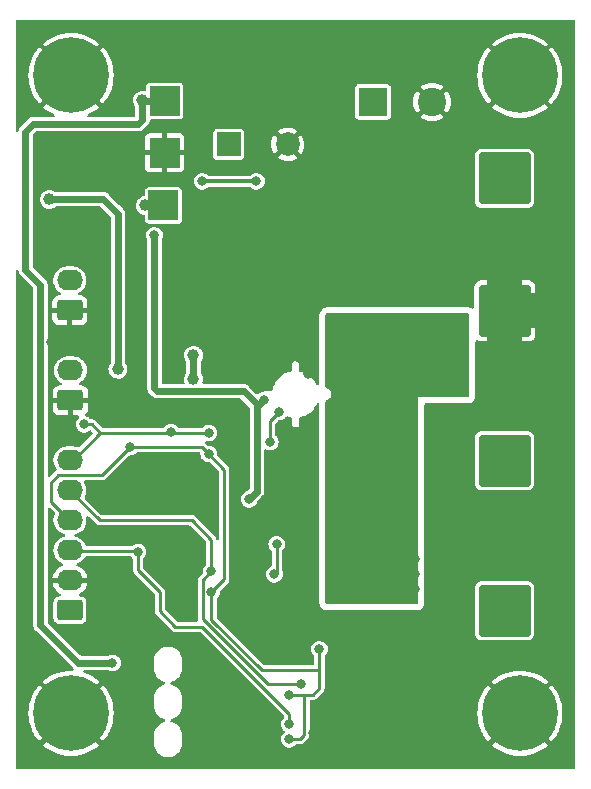
<source format=gbr>
%TF.GenerationSoftware,KiCad,Pcbnew,6.0.2+dfsg-1*%
%TF.CreationDate,2023-01-07T19:56:01+01:00*%
%TF.ProjectId,hBridge3620,68427269-6467-4653-9336-32302e6b6963,1.0*%
%TF.SameCoordinates,Original*%
%TF.FileFunction,Copper,L1,Top*%
%TF.FilePolarity,Positive*%
%FSLAX46Y46*%
G04 Gerber Fmt 4.6, Leading zero omitted, Abs format (unit mm)*
G04 Created by KiCad (PCBNEW 6.0.2+dfsg-1) date 2023-01-07 19:56:01*
%MOMM*%
%LPD*%
G01*
G04 APERTURE LIST*
G04 Aperture macros list*
%AMRoundRect*
0 Rectangle with rounded corners*
0 $1 Rounding radius*
0 $2 $3 $4 $5 $6 $7 $8 $9 X,Y pos of 4 corners*
0 Add a 4 corners polygon primitive as box body*
4,1,4,$2,$3,$4,$5,$6,$7,$8,$9,$2,$3,0*
0 Add four circle primitives for the rounded corners*
1,1,$1+$1,$2,$3*
1,1,$1+$1,$4,$5*
1,1,$1+$1,$6,$7*
1,1,$1+$1,$8,$9*
0 Add four rect primitives between the rounded corners*
20,1,$1+$1,$2,$3,$4,$5,0*
20,1,$1+$1,$4,$5,$6,$7,0*
20,1,$1+$1,$6,$7,$8,$9,0*
20,1,$1+$1,$8,$9,$2,$3,0*%
G04 Aperture macros list end*
%TA.AperFunction,ComponentPad*%
%ADD10RoundRect,0.249999X-1.950001X-1.950001X1.950001X-1.950001X1.950001X1.950001X-1.950001X1.950001X0*%
%TD*%
%TA.AperFunction,ComponentPad*%
%ADD11R,2.400000X2.400000*%
%TD*%
%TA.AperFunction,ComponentPad*%
%ADD12C,2.400000*%
%TD*%
%TA.AperFunction,ComponentPad*%
%ADD13RoundRect,0.250000X0.845000X-0.620000X0.845000X0.620000X-0.845000X0.620000X-0.845000X-0.620000X0*%
%TD*%
%TA.AperFunction,ComponentPad*%
%ADD14O,2.190000X1.740000*%
%TD*%
%TA.AperFunction,SMDPad,CuDef*%
%ADD15R,2.500000X2.500000*%
%TD*%
%TA.AperFunction,ComponentPad*%
%ADD16R,2.000000X2.000000*%
%TD*%
%TA.AperFunction,ComponentPad*%
%ADD17C,2.000000*%
%TD*%
%TA.AperFunction,ComponentPad*%
%ADD18C,0.800000*%
%TD*%
%TA.AperFunction,ComponentPad*%
%ADD19C,6.400000*%
%TD*%
%TA.AperFunction,ComponentPad*%
%ADD20C,0.500000*%
%TD*%
%TA.AperFunction,SMDPad,CuDef*%
%ADD21R,1.800000X2.600000*%
%TD*%
%TA.AperFunction,ViaPad*%
%ADD22C,1.000000*%
%TD*%
%TA.AperFunction,ViaPad*%
%ADD23C,0.800000*%
%TD*%
%TA.AperFunction,Conductor*%
%ADD24C,0.600000*%
%TD*%
%TA.AperFunction,Conductor*%
%ADD25C,0.300000*%
%TD*%
%TA.AperFunction,Conductor*%
%ADD26C,0.250000*%
%TD*%
G04 APERTURE END LIST*
D10*
%TO.P,M2,1,Pin_1*%
%TO.N,GND*%
X17715000Y7075000D03*
%TD*%
D11*
%TO.P,C5,1*%
%TO.N,VMOT*%
X6566041Y24765000D03*
D12*
%TO.P,C5,2*%
%TO.N,GND*%
X11566041Y24765000D03*
%TD*%
D13*
%TO.P,M3,1,P1*%
%TO.N,Net-(M3-Pad1)*%
X-19095000Y-18288000D03*
D14*
%TO.P,M3,2,P2*%
%TO.N,GND*%
X-19095000Y-15748000D03*
%TO.P,M3,3,P3*%
%TO.N,AUX*%
X-19095000Y-13208000D03*
%TO.P,M3,4,P4*%
%TO.N,EN*%
X-19095000Y-10668000D03*
%TO.P,M3,5,P5*%
%TO.N,PWMB*%
X-19095000Y-8128000D03*
%TO.P,M3,6,P6*%
%TO.N,PWMA*%
X-19095000Y-5588000D03*
%TD*%
D15*
%TO.P,TP3,1,TP*%
%TO.N,+3V3*%
X-11176000Y16002000D03*
%TD*%
%TO.P,TP1,1,TP*%
%TO.N,+12V*%
X-11073500Y24827000D03*
%TD*%
D10*
%TO.P,M1,1,Pin_1*%
%TO.N,VMOT*%
X17715000Y18280000D03*
%TD*%
D13*
%TO.P,P1,1,P1*%
%TO.N,GND*%
X-19115000Y7112000D03*
D14*
%TO.P,P1,2,P2*%
%TO.N,Net-(C18-Pad1)*%
X-19115000Y9652000D03*
%TD*%
D16*
%TO.P,C2,1*%
%TO.N,/CSP*%
X-5669677Y21162000D03*
D17*
%TO.P,C2,2*%
%TO.N,GND*%
X-669677Y21162000D03*
%TD*%
D18*
%TO.P,H1,1,1*%
%TO.N,GND*%
X21400000Y27000000D03*
X19000000Y29400000D03*
X20697056Y28697056D03*
D19*
X19000000Y27000000D03*
D18*
X17302944Y25302944D03*
X20697056Y25302944D03*
X19000000Y24600000D03*
X17302944Y28697056D03*
X16600000Y27000000D03*
%TD*%
%TO.P,H2,1,1*%
%TO.N,GND*%
X16600000Y-27000000D03*
X20697056Y-28697056D03*
X19000000Y-24600000D03*
X21400000Y-27000000D03*
X20697056Y-25302944D03*
X17302944Y-28697056D03*
X17302944Y-25302944D03*
D19*
X19000000Y-27000000D03*
D18*
X19000000Y-29400000D03*
%TD*%
D15*
%TO.P,TP2,1,TP*%
%TO.N,GND*%
X-11073500Y20447000D03*
%TD*%
D18*
%TO.P,H4,1,1*%
%TO.N,GND*%
X-21400000Y-27000000D03*
X-17302944Y-25302944D03*
D19*
X-19000000Y-27000000D03*
D18*
X-20697056Y-25302944D03*
X-19000000Y-24600000D03*
X-16600000Y-27000000D03*
X-19000000Y-29400000D03*
X-20697056Y-28697056D03*
X-17302944Y-28697056D03*
%TD*%
%TO.P,H3,1,1*%
%TO.N,GND*%
X-19000000Y24600000D03*
X-16600000Y27000000D03*
X-19000000Y29400000D03*
X-20697056Y28697056D03*
X-17302944Y28697056D03*
X-20697056Y25302944D03*
X-17302944Y25302944D03*
X-21400000Y27000000D03*
D19*
X-19000000Y27000000D03*
%TD*%
D10*
%TO.P,OUTA1,1,Pin_1*%
%TO.N,/OUTA*%
X17715000Y-5625000D03*
%TD*%
D13*
%TO.P,P2,1,P1*%
%TO.N,GND*%
X-19050000Y-508000D03*
D14*
%TO.P,P2,2,P2*%
%TO.N,/CURRENT*%
X-19050000Y2032000D03*
%TD*%
D10*
%TO.P,OUTB1,1,Pin_1*%
%TO.N,/OUTB*%
X17715000Y-18325000D03*
%TD*%
D20*
%TO.P,U5,11,PAD*%
%TO.N,GND*%
X-5242000Y-13982000D03*
D21*
X-4792000Y-14732000D03*
D20*
X-5242000Y-15482000D03*
X-4342000Y-13982000D03*
X-4342000Y-15482000D03*
%TD*%
%TO.P,U3,11,PAD*%
%TO.N,GND*%
X-4225499Y-4268501D03*
X-5125499Y-4268501D03*
D21*
X-4675499Y-3518501D03*
D20*
X-4225499Y-2768501D03*
X-5125499Y-2768501D03*
%TD*%
D22*
%TO.N,GND*%
X-14732000Y24638000D03*
D23*
X22860000Y8255000D03*
X1270000Y-29845000D03*
D22*
X-762000Y5842000D03*
D23*
X17780000Y11430000D03*
X22860000Y4445000D03*
X22860000Y1905000D03*
X12700000Y-29845000D03*
X-5334000Y-17018000D03*
X-23124500Y6351043D03*
X-23124500Y-16510000D03*
X-14605000Y-29845000D03*
X-6985000Y30480000D03*
X22860000Y-635000D03*
D22*
X3810000Y10160000D03*
D23*
X22860000Y-15875000D03*
X22860000Y14605000D03*
X-8255000Y30480000D03*
X-9525000Y-8890000D03*
X12065000Y29845000D03*
X21590000Y-10160000D03*
X17780000Y22225000D03*
X22860000Y3175000D03*
X-2540000Y-8890000D03*
X8890000Y-27305000D03*
X-12700000Y-19050000D03*
X1270000Y-8890000D03*
X-635000Y-20320000D03*
D22*
X-15875000Y-8255000D03*
D23*
X-23124500Y-1270000D03*
X22860000Y-5715000D03*
X11430000Y-10160000D03*
X-9525000Y-18034000D03*
X2540000Y-28575000D03*
X-20955000Y-22225000D03*
X22860000Y-14605000D03*
X-9525000Y-15240000D03*
X22860000Y-10795000D03*
X-23124500Y1271043D03*
D22*
X-9144000Y7112000D03*
D23*
X-1270000Y-8890000D03*
X10160000Y-28575000D03*
X7620000Y-28575000D03*
X6985000Y29845000D03*
D22*
X-18034000Y18796000D03*
D23*
X13970000Y-27305000D03*
X12700000Y-28575000D03*
X-13970000Y0D03*
X21590000Y7620000D03*
X22860000Y-6985000D03*
X22860000Y6985000D03*
X1486500Y-28681997D03*
D22*
X-14159500Y-9525000D03*
D23*
X0Y-8890000D03*
X22860000Y-19685000D03*
X2540000Y-26035000D03*
X17780000Y-11430000D03*
X-13335000Y29845000D03*
X-5715000Y30480000D03*
X22860000Y-13335000D03*
X-9525000Y-7620000D03*
D22*
X-9144000Y5080000D03*
D23*
X22860000Y-18415000D03*
X22860000Y-9525000D03*
X21590000Y-5080000D03*
X16510000Y3810000D03*
X-4445000Y30480000D03*
X2794000Y22606000D03*
X11430000Y-27305000D03*
X22860000Y17145000D03*
X22860000Y5715000D03*
X-23124500Y-13970000D03*
D22*
X-19558000Y13716000D03*
D23*
X10795000Y28575000D03*
X19050000Y3810000D03*
X13970000Y-10160000D03*
X2540000Y-29845000D03*
X21590000Y6350000D03*
X22860000Y12065000D03*
X20320000Y2540000D03*
X-10795000Y30480000D03*
D22*
X-14159500Y-12065000D03*
D23*
X21590000Y-19050000D03*
X-23124500Y-6350000D03*
X5715000Y28575000D03*
D22*
X-6096000Y29464000D03*
X-6096000Y6832500D03*
D23*
X-1905000Y-19431000D03*
X-8255000Y-7620000D03*
X13970000Y-28575000D03*
X-23124500Y-11430000D03*
X20320000Y22225000D03*
X7620000Y-29845000D03*
X-2032000Y-17018000D03*
X2540000Y-27305000D03*
X-17145000Y4445000D03*
X21590000Y-3810000D03*
X15240000Y-10160000D03*
X15240000Y22225000D03*
X3810000Y-28575000D03*
D22*
X-16383000Y20955000D03*
D23*
X17780000Y3810000D03*
X19050000Y22225000D03*
X15240000Y-11430000D03*
X11430000Y-8890000D03*
X9525000Y28575000D03*
X-23124500Y3811043D03*
X21590000Y1270000D03*
X-14605000Y29845000D03*
X21590000Y0D03*
X22860000Y-12065000D03*
X19050000Y2540000D03*
X8255000Y28575000D03*
X-7620000Y-1270000D03*
X13970000Y-29845000D03*
X22860000Y-4445000D03*
X-8890000Y-1270000D03*
X12700000Y-11430000D03*
X5080000Y-28575000D03*
X22860000Y13335000D03*
X11430000Y-29845000D03*
X-3048000Y-17018000D03*
X-22860000Y-21590000D03*
X5715000Y29845000D03*
X21590000Y5080000D03*
X6350000Y-29845000D03*
X6985000Y28575000D03*
X8890000Y-28575000D03*
X17780000Y-10160000D03*
X11430000Y-28575000D03*
X21590000Y-11430000D03*
X-13335000Y28575000D03*
X-14605000Y-28575000D03*
D22*
X-8128000Y11938000D03*
D23*
X-19050000Y4445000D03*
X22860000Y-22225000D03*
X2794000Y20066000D03*
X21590000Y-12700000D03*
X22860000Y-17145000D03*
X21590000Y-15240000D03*
X21590000Y-6350000D03*
X-20690500Y4445000D03*
X21590000Y-16510000D03*
X-15240000Y0D03*
X16510000Y22225000D03*
D22*
X2540000Y28194000D03*
D23*
X22860000Y-23495000D03*
X12065000Y28575000D03*
X17780000Y10160000D03*
X-14605000Y-26035000D03*
X8890000Y-29845000D03*
X-6350000Y-1270000D03*
X-20193000Y-2540000D03*
D22*
X-3302000Y23368000D03*
D23*
X21590000Y-20320000D03*
D22*
X1016000Y5842000D03*
D23*
X21590000Y3810000D03*
X1019518Y1690184D03*
X-9525000Y-12700000D03*
X5080000Y-29845000D03*
X21590000Y-17780000D03*
X-9525000Y-13970000D03*
X11430000Y-11430000D03*
X22860000Y15875000D03*
X16510000Y-10160000D03*
X21590000Y-22860000D03*
D22*
X-20828000Y11938000D03*
D23*
X8255000Y29845000D03*
X-14605000Y-17145000D03*
X-4826000Y-5842000D03*
X20320000Y-11430000D03*
X9525000Y29845000D03*
X-16510000Y0D03*
D22*
X-11176000Y28448000D03*
D23*
X-12065000Y30480000D03*
X-22860000Y-19050000D03*
X3810000Y-29845000D03*
X-14605000Y-27305000D03*
X21590000Y2540000D03*
D22*
X-19050000Y20828000D03*
D23*
X20320000Y-10160000D03*
D22*
X-1016000Y28448000D03*
D23*
X20320000Y3810000D03*
X22860000Y22225000D03*
X22860000Y20955000D03*
X-10160000Y-1270000D03*
X5080000Y-27305000D03*
X-6985000Y-10160000D03*
X-4191000Y-17018000D03*
X-19304000Y-2921000D03*
X6350000Y-27305000D03*
X12700000Y-10160000D03*
X-2540000Y-10160000D03*
X-9525000Y-16510000D03*
X21590000Y-8890000D03*
X21590000Y-21590000D03*
X22860000Y-20955000D03*
X-6985000Y-8890000D03*
D22*
X-4826000Y-10160000D03*
D23*
X22860000Y-3175000D03*
X-15875000Y-17145000D03*
X22860000Y-8255000D03*
X-13335000Y-1270000D03*
X10795000Y29845000D03*
X19050000Y-11430000D03*
X-23124500Y-3808525D03*
X-16510000Y5715000D03*
X-13335000Y-17780000D03*
X16510000Y-11430000D03*
X3810000Y-27305000D03*
X-1905000Y-5842000D03*
X21590000Y-2540000D03*
X21590000Y22225000D03*
X21590000Y-7620000D03*
X6350000Y-28575000D03*
X2794000Y21336000D03*
D22*
X-12954000Y26924000D03*
D23*
X22860000Y18415000D03*
X22860000Y10795000D03*
X-14605000Y-24765000D03*
X635000Y-20320000D03*
D22*
X-14986000Y-18923000D03*
D23*
X10160000Y-27305000D03*
X12700000Y-27305000D03*
X18415000Y10795000D03*
X21590000Y-13970000D03*
X22860000Y19685000D03*
X19050000Y-10160000D03*
X21590000Y-1270000D03*
X-23124500Y8891043D03*
X-9525000Y-6350000D03*
X22860000Y-1905000D03*
X22860000Y635000D03*
X-23124500Y-8890000D03*
X10160000Y-29845000D03*
X-8255000Y-8890000D03*
X22860000Y9525000D03*
X-16510000Y6985000D03*
X-14605000Y28575000D03*
X7620000Y-27305000D03*
X21590000Y8890000D03*
X13970000Y-11430000D03*
X-9525000Y30480000D03*
X17145000Y10795000D03*
D22*
%TO.N,+12V*%
X-12954000Y24892000D03*
D23*
X-15494000Y-22733000D03*
X-3913499Y-8890000D03*
X-2643499Y-470501D03*
X-11938000Y13462000D03*
%TO.N,/VMOTOUT*%
X3175000Y635000D03*
X11430000Y2540000D03*
X10160000Y-13970000D03*
X3835011Y-15237803D03*
X7555000Y-15320000D03*
X9525000Y-12065000D03*
X5080000Y-16510000D03*
X12700000Y6350000D03*
X7620000Y6350000D03*
X5080000Y3810000D03*
X11430000Y6350000D03*
X10160000Y-16510000D03*
X7555000Y2460000D03*
X8890000Y6350000D03*
X10160000Y3810000D03*
X3835011Y-16510000D03*
X3810000Y1270000D03*
X4445000Y-12065000D03*
X5080000Y1270000D03*
X8237240Y5659383D03*
X3175000Y1905000D03*
X6858000Y-16967200D03*
X12700000Y5080000D03*
X10160000Y2540000D03*
X3810000Y2540000D03*
X5715000Y-12065000D03*
X10160000Y-15240000D03*
X11430000Y1270000D03*
X5080000Y-13970000D03*
X6985000Y-12065000D03*
X8229600Y-16967200D03*
X3810000Y-13970000D03*
X3810000Y-12903200D03*
X10160000Y6350000D03*
X3175000Y3175000D03*
X3175000Y-12065000D03*
X5080000Y-15240000D03*
X5080000Y2540000D03*
X6350000Y6350000D03*
X3810000Y3810000D03*
X9522273Y5659383D03*
X8255000Y-12065000D03*
X11430000Y3810000D03*
X10160000Y1270000D03*
%TO.N,Net-(C9-Pad2)*%
X-7874000Y18034000D03*
X-3302000Y18034000D03*
D22*
%TO.N,+3V3*%
X-20828000Y16510000D03*
X-12700000Y16002000D03*
X-15029024Y2123500D03*
X-8636000Y3302000D03*
X-8636000Y1270000D03*
D23*
%TO.N,/HOA*%
X-1373499Y-1486501D03*
X-2135499Y-4026501D03*
%TO.N,PWMA*%
X-10541000Y-3175000D03*
X-17907000Y-2540000D03*
X-7342499Y-3264501D03*
%TO.N,PWMB*%
X-7112000Y-14986000D03*
X508000Y-24511000D03*
%TO.N,EN*%
X-7342499Y-5042501D03*
X-508000Y-29210000D03*
X-13970000Y-4445000D03*
X-7112000Y-16764000D03*
X-554424Y-25469636D03*
X2032002Y-21590000D03*
%TO.N,/HOB*%
X-1778000Y-15240000D03*
X-1585980Y-12700000D03*
%TO.N,AUX*%
X-13335000Y-13335000D03*
X-508000Y-27940000D03*
%TD*%
D24*
%TO.N,+12V*%
X-22225000Y22860000D02*
X-13335000Y22860000D01*
X-8128000Y254000D02*
X-9144000Y254000D01*
X-22860000Y10541000D02*
X-22860000Y22225000D01*
X-18415000Y-22733000D02*
X-21590000Y-19558000D01*
X-11938000Y508000D02*
X-11938000Y13462000D01*
X-12954000Y23241000D02*
X-12954000Y24892000D01*
X-4384000Y254000D02*
X-9144000Y254000D01*
X-11073500Y24827000D02*
X-12889000Y24827000D01*
X-3275988Y-854012D02*
X-4384000Y254000D01*
X-21590000Y-19558000D02*
X-21590000Y9271000D01*
X-12889000Y24827000D02*
X-12954000Y24892000D01*
X-3275988Y-1102990D02*
X-2643499Y-470501D01*
X-3275988Y-1102990D02*
X-3275988Y-854012D01*
X-15494000Y-22733000D02*
X-18415000Y-22733000D01*
X-21590000Y9271000D02*
X-22860000Y10541000D01*
X-22860000Y22225000D02*
X-22225000Y22860000D01*
X-3275988Y-8252489D02*
X-3913499Y-8890000D01*
X-9144000Y254000D02*
X-11684000Y254000D01*
X-3275988Y-1102990D02*
X-3275988Y-8252489D01*
X-13335000Y22860000D02*
X-12954000Y23241000D01*
X-11684000Y254000D02*
X-11938000Y508000D01*
D25*
%TO.N,Net-(C9-Pad2)*%
X-7874000Y18034000D02*
X-3302000Y18034000D01*
D24*
%TO.N,+3V3*%
X-16256000Y16510000D02*
X-20828000Y16510000D01*
X-15029024Y15283024D02*
X-16256000Y16510000D01*
X-11176000Y16002000D02*
X-12700000Y16002000D01*
X-15029024Y2123500D02*
X-15029024Y15283024D01*
X-8636000Y1270000D02*
X-8636000Y3302000D01*
D26*
%TO.N,/HOA*%
X-2135499Y-2248501D02*
X-1373499Y-1486501D01*
X-2135499Y-4026501D02*
X-2135499Y-2248501D01*
%TO.N,PWMA*%
X-17234002Y-2540000D02*
X-16509501Y-3264501D01*
X-18870000Y-5625000D02*
X-19095000Y-5625000D01*
X-10451499Y-3264501D02*
X-10541000Y-3175000D01*
X-10630501Y-3264501D02*
X-10541000Y-3175000D01*
X-16509501Y-3264501D02*
X-10630501Y-3264501D01*
X-17907000Y-2540000D02*
X-17234002Y-2540000D01*
X-7342499Y-3264501D02*
X-10451499Y-3264501D01*
X-16509501Y-3264501D02*
X-18870000Y-5625000D01*
%TO.N,PWMB*%
X-7836501Y-19024703D02*
X-7836501Y-15710501D01*
X-19095000Y-8165000D02*
X-16592000Y-10668000D01*
X508000Y-24511000D02*
X-2350204Y-24511000D01*
X-8763000Y-10668000D02*
X-7112000Y-12319000D01*
X-16592000Y-10668000D02*
X-8763000Y-10668000D01*
X-2350204Y-24511000D02*
X-7836501Y-19024703D01*
X-7836501Y-15710501D02*
X-7112000Y-14986000D01*
X-7112000Y-12319000D02*
X-7112000Y-14986000D01*
%TO.N,EN*%
X2032000Y-23368000D02*
X2032000Y-24892000D01*
X762000Y-25527000D02*
X704636Y-25469636D01*
X2032000Y-23368000D02*
X-2857500Y-23368000D01*
X1454364Y-25469636D02*
X-554424Y-25469636D01*
X-20066000Y-6858000D02*
X-16383000Y-6858000D01*
X-20701000Y-7493000D02*
X-20066000Y-6858000D01*
X-13970000Y-4445000D02*
X-7940000Y-4445000D01*
X-16383000Y-6858000D02*
X-13970000Y-4445000D01*
X-508000Y-29210000D02*
X381000Y-29210000D01*
X704636Y-25469636D02*
X-554424Y-25469636D01*
X2032000Y-21590000D02*
X2032000Y-23368000D01*
X2032000Y-21590000D02*
X2032002Y-21590000D01*
X-7112000Y-19113500D02*
X-7112000Y-16764000D01*
X-19095000Y-10705000D02*
X-20701000Y-9099000D01*
X2032000Y-24892000D02*
X1454364Y-25469636D01*
X-2857500Y-23368000D02*
X-7112000Y-19113500D01*
X-7342499Y-5042501D02*
X-6016511Y-6368489D01*
X-6016511Y-6368489D02*
X-6016511Y-15668511D01*
X-6016511Y-15668511D02*
X-7112000Y-16764000D01*
X-7940000Y-4445000D02*
X-7342499Y-5042501D01*
X381000Y-29210000D02*
X762000Y-28829000D01*
X-20701000Y-9099000D02*
X-20701000Y-7493000D01*
X762000Y-28829000D02*
X762000Y-25527000D01*
%TO.N,/HOB*%
X-1585980Y-12700000D02*
X-1585980Y-15047980D01*
X-1585980Y-15047980D02*
X-1778000Y-15240000D01*
%TO.N,AUX*%
X-13335000Y-14859000D02*
X-13335000Y-13335000D01*
X-508000Y-27940000D02*
X-508000Y-27051000D01*
X-10160000Y-19685000D02*
X-11493500Y-18351500D01*
X-11493500Y-16700500D02*
X-13335000Y-14859000D01*
X-508000Y-27051000D02*
X-7874000Y-19685000D01*
X-13425000Y-13245000D02*
X-13335000Y-13335000D01*
X-7874000Y-19685000D02*
X-10160000Y-19685000D01*
X-11493500Y-18351500D02*
X-11493500Y-16700500D01*
X-19095000Y-13245000D02*
X-13425000Y-13245000D01*
%TD*%
%TA.AperFunction,Conductor*%
%TO.N,/VMOTOUT*%
G36*
X14674121Y6837998D02*
G01*
X14720614Y6784342D01*
X14732000Y6732000D01*
X14732000Y-128000D01*
X14711998Y-196121D01*
X14658342Y-242614D01*
X14606000Y-254000D01*
X10414000Y-254000D01*
X10414000Y-17654000D01*
X10393998Y-17722121D01*
X10340342Y-17768614D01*
X10288000Y-17780000D01*
X2666000Y-17780000D01*
X2597879Y-17759998D01*
X2551386Y-17706342D01*
X2540000Y-17654000D01*
X2540000Y-616126D01*
X2560002Y-548005D01*
X2613658Y-501512D01*
X2630636Y-495191D01*
X2635165Y-493867D01*
X2644045Y-492595D01*
X2652210Y-488883D01*
X2652212Y-488882D01*
X2696666Y-468670D01*
X2776510Y-432367D01*
X2809155Y-404238D01*
X2879949Y-343239D01*
X2879951Y-343237D01*
X2886747Y-337381D01*
X2965893Y-215273D01*
X3007587Y-75859D01*
X3008476Y69652D01*
X2968488Y209565D01*
X2890840Y332631D01*
X2781772Y428956D01*
X2650052Y490799D01*
X2641184Y492180D01*
X2632598Y494805D01*
X2633434Y497541D01*
X2582387Y521575D01*
X2544700Y581743D01*
X2540000Y615834D01*
X2540000Y6732000D01*
X2560002Y6800121D01*
X2613658Y6846614D01*
X2666000Y6858000D01*
X14606000Y6858000D01*
X14674121Y6837998D01*
G37*
%TD.AperFunction*%
%TD*%
%TA.AperFunction,Conductor*%
%TO.N,GND*%
G36*
X23642121Y31679998D02*
G01*
X23688614Y31626342D01*
X23700000Y31574000D01*
X23700000Y-31574000D01*
X23679998Y-31642121D01*
X23626342Y-31688614D01*
X23574000Y-31700000D01*
X-23574000Y-31700000D01*
X-23642121Y-31679998D01*
X-23688614Y-31626342D01*
X-23700000Y-31574000D01*
X-23700000Y-29686428D01*
X-21397649Y-29686428D01*
X-21390191Y-29696797D01*
X-21121507Y-29914372D01*
X-21116156Y-29918260D01*
X-20805239Y-30120172D01*
X-20799529Y-30123469D01*
X-20469201Y-30291779D01*
X-20463176Y-30294461D01*
X-20117078Y-30427316D01*
X-20110796Y-30429357D01*
X-19752698Y-30525308D01*
X-19746248Y-30526679D01*
X-19380067Y-30584678D01*
X-19373529Y-30585364D01*
X-19003301Y-30604767D01*
X-18996699Y-30604767D01*
X-18626471Y-30585364D01*
X-18619933Y-30584678D01*
X-18253752Y-30526679D01*
X-18247302Y-30525308D01*
X-17889204Y-30429357D01*
X-17882922Y-30427316D01*
X-17536824Y-30294461D01*
X-17530799Y-30291779D01*
X-17200471Y-30123469D01*
X-17194761Y-30120172D01*
X-16883844Y-29918260D01*
X-16878493Y-29914372D01*
X-16610760Y-29697566D01*
X-16602292Y-29685308D01*
X-16608625Y-29674218D01*
X-16716873Y-29565970D01*
X-11995500Y-29565970D01*
X-11995235Y-29568850D01*
X-11995235Y-29568858D01*
X-11986420Y-29664783D01*
X-11980454Y-29729711D01*
X-11978885Y-29735273D01*
X-11978885Y-29735275D01*
X-11964807Y-29785191D01*
X-11920565Y-29942064D01*
X-11822980Y-30139947D01*
X-11690967Y-30316733D01*
X-11528949Y-30466501D01*
X-11342350Y-30584236D01*
X-11137421Y-30665994D01*
X-11131761Y-30667120D01*
X-11131757Y-30667121D01*
X-10926691Y-30707911D01*
X-10926688Y-30707911D01*
X-10921024Y-30709038D01*
X-10915249Y-30709114D01*
X-10915245Y-30709114D01*
X-10804504Y-30710563D01*
X-10700406Y-30711926D01*
X-10694708Y-30710947D01*
X-10488654Y-30675541D01*
X-10488653Y-30675541D01*
X-10482957Y-30674562D01*
X-10275957Y-30598196D01*
X-10155748Y-30526679D01*
X-10091306Y-30488340D01*
X-10091305Y-30488339D01*
X-10086341Y-30485386D01*
X-9920457Y-30339910D01*
X-9783863Y-30166640D01*
X-9681131Y-29971380D01*
X-9615703Y-29760667D01*
X-9605471Y-29674218D01*
X-9594936Y-29585211D01*
X-9594936Y-29585205D01*
X-9594500Y-29581524D01*
X-9594500Y-28854030D01*
X-9609546Y-28690289D01*
X-9669435Y-28477936D01*
X-9767020Y-28280053D01*
X-9781728Y-28260356D01*
X-9895580Y-28107891D01*
X-9895580Y-28107890D01*
X-9899033Y-28103267D01*
X-10061051Y-27953499D01*
X-10247650Y-27835764D01*
X-10452579Y-27754006D01*
X-10458237Y-27752880D01*
X-10458239Y-27752880D01*
X-10486196Y-27747319D01*
X-10549105Y-27714410D01*
X-10584236Y-27652715D01*
X-10580435Y-27581820D01*
X-10538909Y-27524234D01*
X-10494222Y-27502033D01*
X-10488651Y-27500540D01*
X-10482957Y-27499562D01*
X-10453931Y-27488854D01*
X-10281373Y-27425194D01*
X-10281374Y-27425194D01*
X-10275957Y-27423196D01*
X-10247314Y-27406155D01*
X-10091306Y-27313340D01*
X-10091305Y-27313339D01*
X-10086341Y-27310386D01*
X-9920457Y-27164910D01*
X-9783863Y-26991640D01*
X-9681131Y-26796380D01*
X-9615703Y-26585667D01*
X-9594500Y-26406524D01*
X-9594500Y-25679030D01*
X-9609546Y-25515289D01*
X-9669435Y-25302936D01*
X-9767020Y-25105053D01*
X-9787109Y-25078150D01*
X-9895580Y-24932891D01*
X-9895580Y-24932890D01*
X-9899033Y-24928267D01*
X-10061051Y-24778499D01*
X-10247650Y-24660764D01*
X-10452579Y-24579006D01*
X-10458237Y-24577880D01*
X-10458239Y-24577880D01*
X-10486196Y-24572319D01*
X-10549105Y-24539410D01*
X-10584236Y-24477715D01*
X-10580435Y-24406820D01*
X-10538909Y-24349234D01*
X-10494222Y-24327033D01*
X-10488651Y-24325540D01*
X-10482957Y-24324562D01*
X-10453931Y-24313854D01*
X-10281373Y-24250194D01*
X-10281374Y-24250194D01*
X-10275957Y-24248196D01*
X-10086341Y-24135386D01*
X-9920457Y-23989910D01*
X-9783863Y-23816640D01*
X-9681131Y-23621380D01*
X-9615703Y-23410667D01*
X-9608326Y-23348343D01*
X-9594936Y-23235211D01*
X-9594936Y-23235205D01*
X-9594500Y-23231524D01*
X-9594500Y-22504030D01*
X-9609546Y-22340289D01*
X-9669435Y-22127936D01*
X-9767020Y-21930053D01*
X-9781728Y-21910356D01*
X-9895580Y-21757891D01*
X-9895580Y-21757890D01*
X-9899033Y-21753267D01*
X-10061051Y-21603499D01*
X-10247650Y-21485764D01*
X-10452579Y-21404006D01*
X-10458239Y-21402880D01*
X-10458243Y-21402879D01*
X-10663309Y-21362089D01*
X-10663312Y-21362089D01*
X-10668976Y-21360962D01*
X-10674751Y-21360886D01*
X-10674755Y-21360886D01*
X-10785496Y-21359437D01*
X-10889594Y-21358074D01*
X-10895291Y-21359053D01*
X-10895292Y-21359053D01*
X-11101346Y-21394459D01*
X-11101347Y-21394459D01*
X-11107043Y-21395438D01*
X-11314043Y-21471804D01*
X-11503659Y-21584614D01*
X-11669543Y-21730090D01*
X-11806137Y-21903360D01*
X-11908869Y-22098620D01*
X-11974297Y-22309333D01*
X-11974976Y-22315070D01*
X-11985747Y-22406077D01*
X-11995500Y-22488476D01*
X-11995500Y-23215970D01*
X-11980454Y-23379711D01*
X-11978885Y-23385273D01*
X-11978885Y-23385275D01*
X-11955754Y-23467292D01*
X-11920565Y-23592064D01*
X-11822980Y-23789947D01*
X-11819526Y-23794573D01*
X-11819525Y-23794574D01*
X-11806863Y-23811530D01*
X-11690967Y-23966733D01*
X-11528949Y-24116501D01*
X-11342350Y-24234236D01*
X-11137421Y-24315994D01*
X-11131763Y-24317120D01*
X-11131761Y-24317120D01*
X-11103804Y-24322681D01*
X-11040895Y-24355590D01*
X-11005764Y-24417285D01*
X-11009565Y-24488180D01*
X-11051091Y-24545766D01*
X-11095778Y-24567967D01*
X-11101349Y-24569460D01*
X-11107043Y-24570438D01*
X-11112460Y-24572437D01*
X-11112462Y-24572437D01*
X-11210554Y-24608625D01*
X-11314043Y-24646804D01*
X-11319004Y-24649756D01*
X-11319005Y-24649756D01*
X-11491965Y-24752657D01*
X-11503659Y-24759614D01*
X-11669543Y-24905090D01*
X-11806137Y-25078360D01*
X-11908869Y-25273620D01*
X-11974297Y-25484333D01*
X-11995500Y-25663476D01*
X-11995500Y-26390970D01*
X-11980454Y-26554711D01*
X-11920565Y-26767064D01*
X-11822980Y-26964947D01*
X-11819526Y-26969573D01*
X-11819525Y-26969574D01*
X-11794340Y-27003301D01*
X-11690967Y-27141733D01*
X-11665894Y-27164910D01*
X-11570973Y-27252654D01*
X-11528949Y-27291501D01*
X-11342350Y-27409236D01*
X-11137421Y-27490994D01*
X-11131763Y-27492120D01*
X-11131761Y-27492120D01*
X-11103804Y-27497681D01*
X-11040895Y-27530590D01*
X-11005764Y-27592285D01*
X-11009565Y-27663180D01*
X-11051091Y-27720766D01*
X-11095778Y-27742967D01*
X-11101349Y-27744460D01*
X-11107043Y-27745438D01*
X-11112460Y-27747437D01*
X-11112462Y-27747437D01*
X-11179170Y-27772047D01*
X-11314043Y-27821804D01*
X-11503659Y-27934614D01*
X-11669543Y-28080090D01*
X-11806137Y-28253360D01*
X-11908869Y-28448620D01*
X-11974297Y-28659333D01*
X-11974976Y-28665070D01*
X-11990890Y-28799529D01*
X-11995500Y-28838476D01*
X-11995500Y-29565970D01*
X-16716873Y-29565970D01*
X-18987188Y-27295655D01*
X-19001132Y-27288041D01*
X-19002965Y-27288172D01*
X-19009580Y-27292423D01*
X-21390509Y-29673352D01*
X-21397649Y-29686428D01*
X-23700000Y-29686428D01*
X-23700000Y-27003301D01*
X-22604767Y-27003301D01*
X-22585364Y-27373529D01*
X-22584678Y-27380067D01*
X-22526679Y-27746248D01*
X-22525308Y-27752698D01*
X-22429357Y-28110796D01*
X-22427316Y-28117078D01*
X-22294461Y-28463176D01*
X-22291779Y-28469201D01*
X-22123469Y-28799529D01*
X-22120172Y-28805239D01*
X-21918260Y-29116156D01*
X-21914372Y-29121507D01*
X-21697566Y-29389240D01*
X-21685308Y-29397708D01*
X-21674218Y-29391375D01*
X-19295655Y-27012812D01*
X-19289277Y-27001132D01*
X-18711959Y-27001132D01*
X-18711828Y-27002965D01*
X-18707577Y-27009580D01*
X-16326648Y-29390509D01*
X-16313572Y-29397649D01*
X-16303203Y-29390191D01*
X-16085628Y-29121507D01*
X-16081740Y-29116156D01*
X-15879828Y-28805239D01*
X-15876531Y-28799529D01*
X-15708221Y-28469201D01*
X-15705539Y-28463176D01*
X-15572684Y-28117078D01*
X-15570643Y-28110796D01*
X-15474692Y-27752698D01*
X-15473321Y-27746248D01*
X-15415322Y-27380067D01*
X-15414636Y-27373529D01*
X-15395233Y-27003301D01*
X-15395233Y-26996699D01*
X-15414636Y-26626471D01*
X-15415322Y-26619933D01*
X-15473321Y-26253752D01*
X-15474692Y-26247302D01*
X-15570643Y-25889204D01*
X-15572684Y-25882922D01*
X-15705539Y-25536824D01*
X-15708221Y-25530799D01*
X-15876531Y-25200471D01*
X-15879828Y-25194761D01*
X-16081740Y-24883844D01*
X-16085628Y-24878493D01*
X-16302434Y-24610760D01*
X-16314692Y-24602292D01*
X-16325782Y-24608625D01*
X-18704345Y-26987188D01*
X-18711959Y-27001132D01*
X-19289277Y-27001132D01*
X-19288041Y-26998868D01*
X-19288172Y-26997035D01*
X-19292423Y-26990420D01*
X-21673352Y-24609491D01*
X-21686428Y-24602351D01*
X-21696797Y-24609809D01*
X-21914372Y-24878493D01*
X-21918260Y-24883844D01*
X-22120172Y-25194761D01*
X-22123469Y-25200471D01*
X-22291779Y-25530799D01*
X-22294461Y-25536824D01*
X-22427316Y-25882922D01*
X-22429357Y-25889204D01*
X-22525308Y-26247302D01*
X-22526679Y-26253752D01*
X-22584678Y-26619933D01*
X-22585364Y-26626471D01*
X-22604767Y-26996699D01*
X-22604767Y-27003301D01*
X-23700000Y-27003301D01*
X-23700000Y10398434D01*
X-23679998Y10466555D01*
X-23626342Y10513048D01*
X-23556068Y10523152D01*
X-23491488Y10493658D01*
X-23453104Y10433932D01*
X-23449078Y10414881D01*
X-23445044Y10384238D01*
X-23384536Y10238159D01*
X-23288282Y10112718D01*
X-23281736Y10107695D01*
X-23263329Y10093571D01*
X-23250938Y10082703D01*
X-22227405Y9059170D01*
X-22193379Y8996858D01*
X-22190500Y8970075D01*
X-22190500Y-19510381D01*
X-22191578Y-19526827D01*
X-22195682Y-19558000D01*
X-22190500Y-19597361D01*
X-22175044Y-19714762D01*
X-22114536Y-19860841D01*
X-22018282Y-19986282D01*
X-22011736Y-19991305D01*
X-21993329Y-20005429D01*
X-21980938Y-20016297D01*
X-18873297Y-23123938D01*
X-18862430Y-23136328D01*
X-18843282Y-23161282D01*
X-18836737Y-23166304D01*
X-18826727Y-23173985D01*
X-18784860Y-23231323D01*
X-18780638Y-23302194D01*
X-18815402Y-23364097D01*
X-18878114Y-23397378D01*
X-18910025Y-23399775D01*
X-18996699Y-23395233D01*
X-19003301Y-23395233D01*
X-19373529Y-23414636D01*
X-19380067Y-23415322D01*
X-19746248Y-23473321D01*
X-19752698Y-23474692D01*
X-20110796Y-23570643D01*
X-20117078Y-23572684D01*
X-20463176Y-23705539D01*
X-20469201Y-23708221D01*
X-20799529Y-23876531D01*
X-20805239Y-23879828D01*
X-21116156Y-24081740D01*
X-21121507Y-24085628D01*
X-21389240Y-24302434D01*
X-21397708Y-24314692D01*
X-21391375Y-24325782D01*
X-19012812Y-26704345D01*
X-18998868Y-26711959D01*
X-18997035Y-26711828D01*
X-18990420Y-26707577D01*
X-16609491Y-24326648D01*
X-16602351Y-24313572D01*
X-16609809Y-24303203D01*
X-16878493Y-24085628D01*
X-16883844Y-24081740D01*
X-17194761Y-23879828D01*
X-17200471Y-23876531D01*
X-17530799Y-23708221D01*
X-17536824Y-23705539D01*
X-17871338Y-23577131D01*
X-17927766Y-23534045D01*
X-17951943Y-23467292D01*
X-17936192Y-23398065D01*
X-17885514Y-23348343D01*
X-17826184Y-23333500D01*
X-15888153Y-23333500D01*
X-15828031Y-23348769D01*
X-15760442Y-23385467D01*
X-15760440Y-23385468D01*
X-15753765Y-23389092D01*
X-15746416Y-23391020D01*
X-15597117Y-23430188D01*
X-15597115Y-23430188D01*
X-15589767Y-23432116D01*
X-15503391Y-23433473D01*
X-15427839Y-23434660D01*
X-15427836Y-23434660D01*
X-15420240Y-23434779D01*
X-15412835Y-23433083D01*
X-15412834Y-23433083D01*
X-15332290Y-23414636D01*
X-15254971Y-23396928D01*
X-15103502Y-23320747D01*
X-14999036Y-23231524D01*
X-14980349Y-23215564D01*
X-14980348Y-23215563D01*
X-14974577Y-23210634D01*
X-14875639Y-23072947D01*
X-14812399Y-22915634D01*
X-14788510Y-22747778D01*
X-14788355Y-22733000D01*
X-14808724Y-22564680D01*
X-14868655Y-22406077D01*
X-14964688Y-22266349D01*
X-15032488Y-22205941D01*
X-15085608Y-22158612D01*
X-15085612Y-22158610D01*
X-15091279Y-22153560D01*
X-15098072Y-22149963D01*
X-15200756Y-22095595D01*
X-15241119Y-22074224D01*
X-15405559Y-22032919D01*
X-15413157Y-22032879D01*
X-15413159Y-22032879D01*
X-15490332Y-22032475D01*
X-15575105Y-22032031D01*
X-15582492Y-22033805D01*
X-15582496Y-22033805D01*
X-15723399Y-22067634D01*
X-15739968Y-22071612D01*
X-15746712Y-22075093D01*
X-15746715Y-22075094D01*
X-15830746Y-22118466D01*
X-15888536Y-22132500D01*
X-18114075Y-22132500D01*
X-18182196Y-22112498D01*
X-18203170Y-22095595D01*
X-20952595Y-19346170D01*
X-20986621Y-19283858D01*
X-20989500Y-19257075D01*
X-20989500Y-15965271D01*
X-20573058Y-15965271D01*
X-20567942Y-16007542D01*
X-20565618Y-16018479D01*
X-20502257Y-16224435D01*
X-20498036Y-16234780D01*
X-20399202Y-16426267D01*
X-20393217Y-16435698D01*
X-20262032Y-16606663D01*
X-20254479Y-16614876D01*
X-20095090Y-16759909D01*
X-20086190Y-16766664D01*
X-19898898Y-16884152D01*
X-19900142Y-16886135D01*
X-19855834Y-16927987D01*
X-19838771Y-16996903D01*
X-19861675Y-17064103D01*
X-19917275Y-17108253D01*
X-19964655Y-17117500D01*
X-19982772Y-17117500D01*
X-20072547Y-17128364D01*
X-20080075Y-17131344D01*
X-20080077Y-17131345D01*
X-20149168Y-17158700D01*
X-20212783Y-17183887D01*
X-20332922Y-17275078D01*
X-20424113Y-17395217D01*
X-20479636Y-17535453D01*
X-20490500Y-17625228D01*
X-20490500Y-18950772D01*
X-20479636Y-19040547D01*
X-20476656Y-19048075D01*
X-20476655Y-19048077D01*
X-20451615Y-19111321D01*
X-20424113Y-19180783D01*
X-20332922Y-19300922D01*
X-20212783Y-19392113D01*
X-20149168Y-19417300D01*
X-20080077Y-19444655D01*
X-20080075Y-19444656D01*
X-20072547Y-19447636D01*
X-19982772Y-19458500D01*
X-18207228Y-19458500D01*
X-18117453Y-19447636D01*
X-18109925Y-19444656D01*
X-18109923Y-19444655D01*
X-18040832Y-19417300D01*
X-17977217Y-19392113D01*
X-17857078Y-19300922D01*
X-17765887Y-19180783D01*
X-17738385Y-19111321D01*
X-17713345Y-19048077D01*
X-17713344Y-19048075D01*
X-17710364Y-19040547D01*
X-17699500Y-18950772D01*
X-17699500Y-17625228D01*
X-17710364Y-17535453D01*
X-17765887Y-17395217D01*
X-17857078Y-17275078D01*
X-17977217Y-17183887D01*
X-18040832Y-17158700D01*
X-18109923Y-17131345D01*
X-18109925Y-17131344D01*
X-18117453Y-17128364D01*
X-18207228Y-17117500D01*
X-18234196Y-17117500D01*
X-18302317Y-17097498D01*
X-18348810Y-17043842D01*
X-18358914Y-16973568D01*
X-18329420Y-16908988D01*
X-18288440Y-16877774D01*
X-18225963Y-16847974D01*
X-18216352Y-16842290D01*
X-18041356Y-16716541D01*
X-18032900Y-16709242D01*
X-17882944Y-16554500D01*
X-17875902Y-16545803D01*
X-17755724Y-16366960D01*
X-17750335Y-16357157D01*
X-17663726Y-16159857D01*
X-17660160Y-16149262D01*
X-17616070Y-15965615D01*
X-17616775Y-15951530D01*
X-17625654Y-15948000D01*
X-20557033Y-15948000D01*
X-20571015Y-15952105D01*
X-20573058Y-15965271D01*
X-20989500Y-15965271D01*
X-20989500Y-9716438D01*
X-20969498Y-9648317D01*
X-20915842Y-9601824D01*
X-20845568Y-9591720D01*
X-20780988Y-9621214D01*
X-20774405Y-9627343D01*
X-20397574Y-10004174D01*
X-20363548Y-10066486D01*
X-20369639Y-10139959D01*
X-20447107Y-10334136D01*
X-20448233Y-10339796D01*
X-20448234Y-10339800D01*
X-20459905Y-10398477D01*
X-20489075Y-10545125D01*
X-20491891Y-10760230D01*
X-20490912Y-10765927D01*
X-20490912Y-10765928D01*
X-20485651Y-10796542D01*
X-20455460Y-10972246D01*
X-20381003Y-11174072D01*
X-20271012Y-11358950D01*
X-20267206Y-11363290D01*
X-20267203Y-11363294D01*
X-20132978Y-11516347D01*
X-20129171Y-11520688D01*
X-19960231Y-11653870D01*
X-19769850Y-11754034D01*
X-19733123Y-11765438D01*
X-19564403Y-11817827D01*
X-19564853Y-11819277D01*
X-19508750Y-11849575D01*
X-19474437Y-11911728D01*
X-19479174Y-11982567D01*
X-19521456Y-12039599D01*
X-19563229Y-12060350D01*
X-19741267Y-12110562D01*
X-19746444Y-12113115D01*
X-19746449Y-12113117D01*
X-19893984Y-12185874D01*
X-19934205Y-12205709D01*
X-20106573Y-12334422D01*
X-20148871Y-12380180D01*
X-20221124Y-12458343D01*
X-20252599Y-12492392D01*
X-20367392Y-12674327D01*
X-20447107Y-12874136D01*
X-20448233Y-12879796D01*
X-20448234Y-12879800D01*
X-20474773Y-13013222D01*
X-20489075Y-13085125D01*
X-20489151Y-13090900D01*
X-20489151Y-13090904D01*
X-20490136Y-13166191D01*
X-20491891Y-13300230D01*
X-20490912Y-13305927D01*
X-20490912Y-13305928D01*
X-20485916Y-13335000D01*
X-20455460Y-13512246D01*
X-20381003Y-13714072D01*
X-20329173Y-13801191D01*
X-20295686Y-13857476D01*
X-20271012Y-13898950D01*
X-20267206Y-13903290D01*
X-20267203Y-13903294D01*
X-20225655Y-13950670D01*
X-20129171Y-14060688D01*
X-19960231Y-14193870D01*
X-19769850Y-14294034D01*
X-19764336Y-14295746D01*
X-19764329Y-14295749D01*
X-19736401Y-14304421D01*
X-19677276Y-14343724D01*
X-19648786Y-14408753D01*
X-19659976Y-14478862D01*
X-19707293Y-14531792D01*
X-19740519Y-14546287D01*
X-19759063Y-14551360D01*
X-19769538Y-14555255D01*
X-19964037Y-14648026D01*
X-19973648Y-14653710D01*
X-20148644Y-14779459D01*
X-20157100Y-14786758D01*
X-20307056Y-14941500D01*
X-20314098Y-14950197D01*
X-20434276Y-15129040D01*
X-20439665Y-15138843D01*
X-20526274Y-15336143D01*
X-20529840Y-15346738D01*
X-20573930Y-15530385D01*
X-20573225Y-15544470D01*
X-20564346Y-15548000D01*
X-17632967Y-15548000D01*
X-17618985Y-15543895D01*
X-17616942Y-15530729D01*
X-17622058Y-15488458D01*
X-17624382Y-15477521D01*
X-17687743Y-15271565D01*
X-17691964Y-15261220D01*
X-17790798Y-15069733D01*
X-17796783Y-15060302D01*
X-17927968Y-14889337D01*
X-17935521Y-14881124D01*
X-18094910Y-14736091D01*
X-18103810Y-14729336D01*
X-18286343Y-14614834D01*
X-18296313Y-14609753D01*
X-18461176Y-14543478D01*
X-18516920Y-14499511D01*
X-18540045Y-14432386D01*
X-18523208Y-14363415D01*
X-18471755Y-14314495D01*
X-18459327Y-14308937D01*
X-18454304Y-14307009D01*
X-18448733Y-14305438D01*
X-18255795Y-14210291D01*
X-18083427Y-14081578D01*
X-17989188Y-13979631D01*
X-17941321Y-13927849D01*
X-17941319Y-13927847D01*
X-17937401Y-13923608D01*
X-17822608Y-13741673D01*
X-17821420Y-13738695D01*
X-17773248Y-13687685D01*
X-17709724Y-13670500D01*
X-14020695Y-13670500D01*
X-13952574Y-13690502D01*
X-13916113Y-13726224D01*
X-13873404Y-13789783D01*
X-13873401Y-13789786D01*
X-13869170Y-13796083D01*
X-13813504Y-13846735D01*
X-13801700Y-13857476D01*
X-13764778Y-13918117D01*
X-13760500Y-13950670D01*
X-13760500Y-14926393D01*
X-13753086Y-14949210D01*
X-13748472Y-14968429D01*
X-13744719Y-14992126D01*
X-13740216Y-15000963D01*
X-13740216Y-15000964D01*
X-13733828Y-15013502D01*
X-13726264Y-15031763D01*
X-13721915Y-15045147D01*
X-13721913Y-15045150D01*
X-13718849Y-15054581D01*
X-13713020Y-15062604D01*
X-13704747Y-15073991D01*
X-13694423Y-15090837D01*
X-13683528Y-15112220D01*
X-11955905Y-16839843D01*
X-11921879Y-16902155D01*
X-11919000Y-16928938D01*
X-11919000Y-18418893D01*
X-11911586Y-18441710D01*
X-11906972Y-18460929D01*
X-11903219Y-18484626D01*
X-11898716Y-18493463D01*
X-11898716Y-18493464D01*
X-11892328Y-18506002D01*
X-11884764Y-18524263D01*
X-11880415Y-18537647D01*
X-11880413Y-18537650D01*
X-11877349Y-18547081D01*
X-11871520Y-18555104D01*
X-11863247Y-18566491D01*
X-11852923Y-18583337D01*
X-11842028Y-18604720D01*
X-10413220Y-20033528D01*
X-10391844Y-20044419D01*
X-10374988Y-20054749D01*
X-10355581Y-20068850D01*
X-10332763Y-20076264D01*
X-10314502Y-20083827D01*
X-10293126Y-20094719D01*
X-10283335Y-20096270D01*
X-10283328Y-20096272D01*
X-10269431Y-20098473D01*
X-10250212Y-20103087D01*
X-10236827Y-20107436D01*
X-10236820Y-20107437D01*
X-10227393Y-20110500D01*
X-8102438Y-20110500D01*
X-8034317Y-20130502D01*
X-8013343Y-20147405D01*
X-970405Y-27190342D01*
X-936379Y-27252654D01*
X-933500Y-27279437D01*
X-933500Y-27324270D01*
X-953502Y-27392391D01*
X-976671Y-27419219D01*
X-1032396Y-27467831D01*
X-1072037Y-27524234D01*
X-1123550Y-27597531D01*
X-1129887Y-27606547D01*
X-1191476Y-27764513D01*
X-1192468Y-27772046D01*
X-1192468Y-27772047D01*
X-1200574Y-27833624D01*
X-1213606Y-27932611D01*
X-1195001Y-28101135D01*
X-1187133Y-28122634D01*
X-1146784Y-28232892D01*
X-1136734Y-28260356D01*
X-1132498Y-28266659D01*
X-1132498Y-28266660D01*
X-1123498Y-28280053D01*
X-1042170Y-28401083D01*
X-1036554Y-28406193D01*
X-953042Y-28482184D01*
X-916120Y-28542824D01*
X-917843Y-28613800D01*
X-955013Y-28670326D01*
X-1032396Y-28737831D01*
X-1036763Y-28744045D01*
X-1103130Y-28838476D01*
X-1129887Y-28876547D01*
X-1191476Y-29034513D01*
X-1192468Y-29042046D01*
X-1192468Y-29042047D01*
X-1202224Y-29116156D01*
X-1213606Y-29202611D01*
X-1195001Y-29371135D01*
X-1136734Y-29530356D01*
X-1042170Y-29671083D01*
X-1036558Y-29676190D01*
X-1036555Y-29676193D01*
X-922388Y-29780077D01*
X-922384Y-29780080D01*
X-916767Y-29785191D01*
X-910094Y-29788814D01*
X-910090Y-29788817D01*
X-774442Y-29862467D01*
X-774440Y-29862468D01*
X-767765Y-29866092D01*
X-760416Y-29868020D01*
X-611117Y-29907188D01*
X-611115Y-29907188D01*
X-603767Y-29909116D01*
X-517391Y-29910473D01*
X-441839Y-29911660D01*
X-441836Y-29911660D01*
X-434240Y-29911779D01*
X-426835Y-29910083D01*
X-426834Y-29910083D01*
X-366414Y-29896245D01*
X-268971Y-29873928D01*
X-117502Y-29797747D01*
X11423Y-29687634D01*
X12290Y-29686428D01*
X16602351Y-29686428D01*
X16609809Y-29696797D01*
X16878493Y-29914372D01*
X16883844Y-29918260D01*
X17194761Y-30120172D01*
X17200471Y-30123469D01*
X17530799Y-30291779D01*
X17536824Y-30294461D01*
X17882922Y-30427316D01*
X17889204Y-30429357D01*
X18247302Y-30525308D01*
X18253752Y-30526679D01*
X18619933Y-30584678D01*
X18626471Y-30585364D01*
X18996699Y-30604767D01*
X19003301Y-30604767D01*
X19373529Y-30585364D01*
X19380067Y-30584678D01*
X19746248Y-30526679D01*
X19752698Y-30525308D01*
X20110796Y-30429357D01*
X20117078Y-30427316D01*
X20463176Y-30294461D01*
X20469201Y-30291779D01*
X20799529Y-30123469D01*
X20805239Y-30120172D01*
X21116156Y-29918260D01*
X21121507Y-29914372D01*
X21389240Y-29697566D01*
X21397708Y-29685308D01*
X21391375Y-29674218D01*
X19012812Y-27295655D01*
X18998868Y-27288041D01*
X18997035Y-27288172D01*
X18990420Y-27292423D01*
X16609491Y-29673352D01*
X16602351Y-29686428D01*
X12290Y-29686428D01*
X15854Y-29681467D01*
X20684Y-29676215D01*
X81516Y-29639609D01*
X113433Y-29635500D01*
X448393Y-29635500D01*
X471210Y-29628086D01*
X490429Y-29623472D01*
X514126Y-29619719D01*
X522964Y-29615216D01*
X535502Y-29608828D01*
X553763Y-29601264D01*
X567147Y-29596915D01*
X567150Y-29596913D01*
X576581Y-29593849D01*
X595991Y-29579747D01*
X612837Y-29569423D01*
X634220Y-29558528D01*
X1110528Y-29082220D01*
X1121423Y-29060837D01*
X1131747Y-29043991D01*
X1140020Y-29032604D01*
X1145849Y-29024581D01*
X1148913Y-29015150D01*
X1148915Y-29015147D01*
X1153264Y-29001763D01*
X1160828Y-28983502D01*
X1167216Y-28970964D01*
X1167216Y-28970963D01*
X1171719Y-28962126D01*
X1175472Y-28938429D01*
X1180086Y-28919210D01*
X1187500Y-28896393D01*
X1187500Y-27003301D01*
X15395233Y-27003301D01*
X15414636Y-27373529D01*
X15415322Y-27380067D01*
X15473321Y-27746248D01*
X15474692Y-27752698D01*
X15570643Y-28110796D01*
X15572684Y-28117078D01*
X15705539Y-28463176D01*
X15708221Y-28469201D01*
X15876531Y-28799529D01*
X15879828Y-28805239D01*
X16081740Y-29116156D01*
X16085628Y-29121507D01*
X16302434Y-29389240D01*
X16314692Y-29397708D01*
X16325782Y-29391375D01*
X18704345Y-27012812D01*
X18710723Y-27001132D01*
X19288041Y-27001132D01*
X19288172Y-27002965D01*
X19292423Y-27009580D01*
X21673352Y-29390509D01*
X21686428Y-29397649D01*
X21696797Y-29390191D01*
X21914372Y-29121507D01*
X21918260Y-29116156D01*
X22120172Y-28805239D01*
X22123469Y-28799529D01*
X22291779Y-28469201D01*
X22294461Y-28463176D01*
X22427316Y-28117078D01*
X22429357Y-28110796D01*
X22525308Y-27752698D01*
X22526679Y-27746248D01*
X22584678Y-27380067D01*
X22585364Y-27373529D01*
X22604767Y-27003301D01*
X22604767Y-26996699D01*
X22585364Y-26626471D01*
X22584678Y-26619933D01*
X22526679Y-26253752D01*
X22525308Y-26247302D01*
X22429357Y-25889204D01*
X22427316Y-25882922D01*
X22294461Y-25536824D01*
X22291779Y-25530799D01*
X22123469Y-25200471D01*
X22120172Y-25194761D01*
X21918260Y-24883844D01*
X21914372Y-24878493D01*
X21697566Y-24610760D01*
X21685308Y-24602292D01*
X21674218Y-24608625D01*
X19295655Y-26987188D01*
X19288041Y-27001132D01*
X18710723Y-27001132D01*
X18711959Y-26998868D01*
X18711828Y-26997035D01*
X18707577Y-26990420D01*
X16326648Y-24609491D01*
X16313572Y-24602351D01*
X16303203Y-24609809D01*
X16085628Y-24878493D01*
X16081740Y-24883844D01*
X15879828Y-25194761D01*
X15876531Y-25200471D01*
X15708221Y-25530799D01*
X15705539Y-25536824D01*
X15572684Y-25882922D01*
X15570643Y-25889204D01*
X15474692Y-26247302D01*
X15473321Y-26253752D01*
X15415322Y-26619933D01*
X15414636Y-26626471D01*
X15395233Y-26996699D01*
X15395233Y-27003301D01*
X1187500Y-27003301D01*
X1187500Y-26021136D01*
X1207502Y-25953015D01*
X1261158Y-25906522D01*
X1313500Y-25895136D01*
X1521757Y-25895136D01*
X1544574Y-25887722D01*
X1563793Y-25883108D01*
X1587490Y-25879355D01*
X1596328Y-25874852D01*
X1608866Y-25868464D01*
X1627127Y-25860900D01*
X1640511Y-25856551D01*
X1640514Y-25856549D01*
X1649945Y-25853485D01*
X1669355Y-25839383D01*
X1686201Y-25829059D01*
X1707584Y-25818164D01*
X2380528Y-25145220D01*
X2391419Y-25123844D01*
X2401749Y-25106989D01*
X2410021Y-25095604D01*
X2410021Y-25095603D01*
X2415850Y-25087581D01*
X2423264Y-25064763D01*
X2430827Y-25046502D01*
X2441719Y-25025126D01*
X2443270Y-25015335D01*
X2443272Y-25015328D01*
X2445473Y-25001431D01*
X2450087Y-24982212D01*
X2454436Y-24968827D01*
X2454437Y-24968820D01*
X2457500Y-24959393D01*
X2457500Y-24314692D01*
X16602292Y-24314692D01*
X16608625Y-24325782D01*
X18987188Y-26704345D01*
X19001132Y-26711959D01*
X19002965Y-26711828D01*
X19009580Y-26707577D01*
X21390509Y-24326648D01*
X21397649Y-24313572D01*
X21390191Y-24303203D01*
X21121507Y-24085628D01*
X21116156Y-24081740D01*
X20805239Y-23879828D01*
X20799529Y-23876531D01*
X20469201Y-23708221D01*
X20463176Y-23705539D01*
X20117078Y-23572684D01*
X20110796Y-23570643D01*
X19752698Y-23474692D01*
X19746248Y-23473321D01*
X19380067Y-23415322D01*
X19373529Y-23414636D01*
X19003301Y-23395233D01*
X18996699Y-23395233D01*
X18626471Y-23414636D01*
X18619933Y-23415322D01*
X18253752Y-23473321D01*
X18247302Y-23474692D01*
X17889204Y-23570643D01*
X17882922Y-23572684D01*
X17536824Y-23705539D01*
X17530799Y-23708221D01*
X17200471Y-23876531D01*
X17194761Y-23879828D01*
X16883844Y-24081740D01*
X16878493Y-24085628D01*
X16610760Y-24302434D01*
X16602292Y-24314692D01*
X2457500Y-24314692D01*
X2457500Y-23411406D01*
X2459051Y-23391695D01*
X2461253Y-23377792D01*
X2462804Y-23368000D01*
X2459051Y-23344304D01*
X2457500Y-23324594D01*
X2457500Y-22205941D01*
X2477502Y-22137820D01*
X2501669Y-22110130D01*
X2545653Y-22072564D01*
X2545654Y-22072563D01*
X2551425Y-22067634D01*
X2650363Y-21929947D01*
X2661051Y-21903360D01*
X2710768Y-21779687D01*
X2710769Y-21779685D01*
X2713603Y-21772634D01*
X2737492Y-21604778D01*
X2737647Y-21590000D01*
X2735842Y-21575080D01*
X2723701Y-21474756D01*
X2717278Y-21421680D01*
X2657347Y-21263077D01*
X2561314Y-21123349D01*
X2549516Y-21112837D01*
X2440394Y-21015612D01*
X2440390Y-21015610D01*
X2434723Y-21010560D01*
X2284883Y-20931224D01*
X2120443Y-20889919D01*
X2112845Y-20889879D01*
X2112843Y-20889879D01*
X2035670Y-20889475D01*
X1950897Y-20889031D01*
X1943510Y-20890805D01*
X1943506Y-20890805D01*
X1800164Y-20925220D01*
X1786034Y-20928612D01*
X1779290Y-20932093D01*
X1779287Y-20932094D01*
X1774091Y-20934776D01*
X1635371Y-21006375D01*
X1507606Y-21117831D01*
X1410115Y-21256547D01*
X1348526Y-21414513D01*
X1347534Y-21422046D01*
X1347534Y-21422047D01*
X1339428Y-21483624D01*
X1326396Y-21582611D01*
X1345001Y-21751135D01*
X1403268Y-21910356D01*
X1407504Y-21916659D01*
X1407504Y-21916660D01*
X1485057Y-22032071D01*
X1497832Y-22051083D01*
X1503451Y-22056196D01*
X1503452Y-22056197D01*
X1565299Y-22112473D01*
X1602222Y-22173113D01*
X1606500Y-22205667D01*
X1606500Y-22816500D01*
X1586498Y-22884621D01*
X1532842Y-22931114D01*
X1480500Y-22942500D01*
X-2629062Y-22942500D01*
X-2697183Y-22922498D01*
X-2718157Y-22905595D01*
X-6649595Y-18974157D01*
X-6683621Y-18911845D01*
X-6686500Y-18885062D01*
X-6686500Y-17379939D01*
X-6666498Y-17311818D01*
X-6642331Y-17284128D01*
X-6598349Y-17246564D01*
X-6598348Y-17246563D01*
X-6592577Y-17241634D01*
X-6493639Y-17103947D01*
X-6430399Y-16946634D01*
X-6406510Y-16778778D01*
X-6406355Y-16764000D01*
X-6410204Y-16732192D01*
X-6398531Y-16662162D01*
X-6374212Y-16627960D01*
X-5667983Y-15921731D01*
X-5657088Y-15900348D01*
X-5646764Y-15883502D01*
X-5638491Y-15872115D01*
X-5632662Y-15864092D01*
X-5629598Y-15854661D01*
X-5629596Y-15854658D01*
X-5625247Y-15841274D01*
X-5617683Y-15823013D01*
X-5611295Y-15810475D01*
X-5611295Y-15810474D01*
X-5606792Y-15801637D01*
X-5603039Y-15777940D01*
X-5598425Y-15758721D01*
X-5591011Y-15735904D01*
X-5591011Y-15232611D01*
X-2483606Y-15232611D01*
X-2465001Y-15401135D01*
X-2436634Y-15478652D01*
X-2412547Y-15544470D01*
X-2406734Y-15560356D01*
X-2402498Y-15566659D01*
X-2402498Y-15566660D01*
X-2389426Y-15586113D01*
X-2312170Y-15701083D01*
X-2306558Y-15706190D01*
X-2306555Y-15706193D01*
X-2192388Y-15810077D01*
X-2192384Y-15810080D01*
X-2186767Y-15815191D01*
X-2180094Y-15818814D01*
X-2180090Y-15818817D01*
X-2044442Y-15892467D01*
X-2044440Y-15892468D01*
X-2037765Y-15896092D01*
X-2030416Y-15898020D01*
X-1881117Y-15937188D01*
X-1881115Y-15937188D01*
X-1873767Y-15939116D01*
X-1787391Y-15940473D01*
X-1711839Y-15941660D01*
X-1711836Y-15941660D01*
X-1704240Y-15941779D01*
X-1696835Y-15940083D01*
X-1696834Y-15940083D01*
X-1636414Y-15926245D01*
X-1538971Y-15903928D01*
X-1387502Y-15827747D01*
X-1306675Y-15758714D01*
X-1264349Y-15722564D01*
X-1264348Y-15722563D01*
X-1258577Y-15717634D01*
X-1159639Y-15579947D01*
X-1150012Y-15555999D01*
X-1099234Y-15429687D01*
X-1099233Y-15429685D01*
X-1096399Y-15422634D01*
X-1072510Y-15254778D01*
X-1072355Y-15240000D01*
X-1074160Y-15225080D01*
X-1077496Y-15197519D01*
X-1092724Y-15071680D01*
X-1152346Y-14913895D01*
X-1160480Y-14869357D01*
X-1160480Y-13315939D01*
X-1140478Y-13247818D01*
X-1116311Y-13220128D01*
X-1072329Y-13182564D01*
X-1072328Y-13182563D01*
X-1066557Y-13177634D01*
X-967619Y-13039947D01*
X-957663Y-13015180D01*
X-907214Y-12889687D01*
X-907213Y-12889685D01*
X-904379Y-12882634D01*
X-880490Y-12714778D01*
X-880335Y-12700000D01*
X-882140Y-12685080D01*
X-887987Y-12636770D01*
X-900704Y-12531680D01*
X-960635Y-12373077D01*
X-987202Y-12334422D01*
X-1052366Y-12239608D01*
X-1052367Y-12239607D01*
X-1056668Y-12233349D01*
X-1062861Y-12227831D01*
X-1177588Y-12125612D01*
X-1177592Y-12125610D01*
X-1183259Y-12120560D01*
X-1193002Y-12115401D01*
X-1286721Y-12065780D01*
X-1333099Y-12041224D01*
X-1497539Y-11999919D01*
X-1505137Y-11999879D01*
X-1505139Y-11999879D01*
X-1582312Y-11999475D01*
X-1667085Y-11999031D01*
X-1674472Y-12000805D01*
X-1674476Y-12000805D01*
X-1781187Y-12026425D01*
X-1831948Y-12038612D01*
X-1838692Y-12042093D01*
X-1838695Y-12042094D01*
X-1925989Y-12087150D01*
X-1982611Y-12116375D01*
X-1988333Y-12121367D01*
X-1988335Y-12121368D01*
X-2037785Y-12164506D01*
X-2110376Y-12227831D01*
X-2114743Y-12234045D01*
X-2182862Y-12330969D01*
X-2207867Y-12366547D01*
X-2269456Y-12524513D01*
X-2270448Y-12532046D01*
X-2270448Y-12532047D01*
X-2289896Y-12679776D01*
X-2291586Y-12692611D01*
X-2272981Y-12861135D01*
X-2214714Y-13020356D01*
X-2210478Y-13026659D01*
X-2210478Y-13026660D01*
X-2124384Y-13154783D01*
X-2124381Y-13154786D01*
X-2120150Y-13161083D01*
X-2064484Y-13211735D01*
X-2052680Y-13222476D01*
X-2015758Y-13283117D01*
X-2011480Y-13315670D01*
X-2011480Y-14495406D01*
X-2031482Y-14563527D01*
X-2079690Y-14607372D01*
X-2167883Y-14652892D01*
X-2174631Y-14656375D01*
X-2302396Y-14767831D01*
X-2306763Y-14774045D01*
X-2382019Y-14881124D01*
X-2399887Y-14906547D01*
X-2461476Y-15064513D01*
X-2462468Y-15072046D01*
X-2462468Y-15072047D01*
X-2478986Y-15197519D01*
X-2483606Y-15232611D01*
X-5591011Y-15232611D01*
X-5591011Y-6301096D01*
X-5598425Y-6278279D01*
X-5603039Y-6259059D01*
X-5605241Y-6245157D01*
X-5606792Y-6235363D01*
X-5617683Y-6213987D01*
X-5625247Y-6195726D01*
X-5629597Y-6182340D01*
X-5629598Y-6182339D01*
X-5632662Y-6172908D01*
X-5646762Y-6153501D01*
X-5657090Y-6136648D01*
X-5667983Y-6115269D01*
X-6603575Y-5179677D01*
X-6637600Y-5117365D01*
X-6639222Y-5072828D01*
X-6637590Y-5061361D01*
X-6637009Y-5057279D01*
X-6636854Y-5042501D01*
X-6657223Y-4874181D01*
X-6717154Y-4715578D01*
X-6733274Y-4692124D01*
X-6808885Y-4582109D01*
X-6808886Y-4582108D01*
X-6813187Y-4575850D01*
X-6844933Y-4547565D01*
X-6934107Y-4468113D01*
X-6934111Y-4468111D01*
X-6939778Y-4463061D01*
X-6973581Y-4445163D01*
X-7025828Y-4417500D01*
X-7089618Y-4383725D01*
X-7254058Y-4342420D01*
X-7261656Y-4342380D01*
X-7261658Y-4342380D01*
X-7359283Y-4341869D01*
X-7390012Y-4341708D01*
X-7458027Y-4321350D01*
X-7478447Y-4304805D01*
X-7626208Y-4157044D01*
X-7660234Y-4094732D01*
X-7655169Y-4023917D01*
X-7612622Y-3967081D01*
X-7546102Y-3942270D01*
X-7505140Y-3946073D01*
X-7445616Y-3961689D01*
X-7445614Y-3961689D01*
X-7438266Y-3963617D01*
X-7351890Y-3964974D01*
X-7276338Y-3966161D01*
X-7276335Y-3966161D01*
X-7268739Y-3966280D01*
X-7261334Y-3964584D01*
X-7261333Y-3964584D01*
X-7180509Y-3946073D01*
X-7103470Y-3928429D01*
X-6952001Y-3852248D01*
X-6823076Y-3742135D01*
X-6724138Y-3604448D01*
X-6721305Y-3597401D01*
X-6663733Y-3454188D01*
X-6663732Y-3454186D01*
X-6660898Y-3447135D01*
X-6641172Y-3308533D01*
X-6637590Y-3283363D01*
X-6637590Y-3283360D01*
X-6637009Y-3279279D01*
X-6636854Y-3264501D01*
X-6639911Y-3239235D01*
X-6644899Y-3198020D01*
X-6657223Y-3096181D01*
X-6717154Y-2937578D01*
X-6765895Y-2866660D01*
X-6808885Y-2804109D01*
X-6808886Y-2804108D01*
X-6813187Y-2797850D01*
X-6823133Y-2788988D01*
X-6934107Y-2690113D01*
X-6934111Y-2690111D01*
X-6939778Y-2685061D01*
X-6965178Y-2671612D01*
X-7063088Y-2619772D01*
X-7089618Y-2605725D01*
X-7254058Y-2564420D01*
X-7261656Y-2564380D01*
X-7261658Y-2564380D01*
X-7338831Y-2563976D01*
X-7423604Y-2563532D01*
X-7430991Y-2565306D01*
X-7430995Y-2565306D01*
X-7557007Y-2595560D01*
X-7588467Y-2603113D01*
X-7595211Y-2606594D01*
X-7595214Y-2606595D01*
X-7732382Y-2677393D01*
X-7739130Y-2680876D01*
X-7744852Y-2685868D01*
X-7744854Y-2685869D01*
X-7844338Y-2772654D01*
X-7866895Y-2792332D01*
X-7870581Y-2797577D01*
X-7930594Y-2834550D01*
X-7963786Y-2839001D01*
X-9855601Y-2839001D01*
X-9923722Y-2818999D01*
X-9959441Y-2784369D01*
X-9965269Y-2775889D01*
X-10011688Y-2708349D01*
X-10017881Y-2702831D01*
X-10132608Y-2600612D01*
X-10132612Y-2600610D01*
X-10138279Y-2595560D01*
X-10198769Y-2563532D01*
X-10242910Y-2540161D01*
X-10288119Y-2516224D01*
X-10452559Y-2474919D01*
X-10460157Y-2474879D01*
X-10460159Y-2474879D01*
X-10537332Y-2474475D01*
X-10622105Y-2474031D01*
X-10629492Y-2475805D01*
X-10629496Y-2475805D01*
X-10772838Y-2510220D01*
X-10786968Y-2513612D01*
X-10793712Y-2517093D01*
X-10793715Y-2517094D01*
X-10888993Y-2566271D01*
X-10937631Y-2591375D01*
X-10943353Y-2596367D01*
X-10943355Y-2596368D01*
X-10970183Y-2619772D01*
X-11065396Y-2702831D01*
X-11109520Y-2765613D01*
X-11123463Y-2785452D01*
X-11178998Y-2829683D01*
X-11226550Y-2839001D01*
X-16281063Y-2839001D01*
X-16349184Y-2818999D01*
X-16370159Y-2802096D01*
X-16647174Y-2525080D01*
X-16980782Y-2191472D01*
X-17002165Y-2180577D01*
X-17019011Y-2170253D01*
X-17030398Y-2161980D01*
X-17038421Y-2156151D01*
X-17047852Y-2153087D01*
X-17047855Y-2153085D01*
X-17061239Y-2148736D01*
X-17079500Y-2141172D01*
X-17092038Y-2134784D01*
X-17092039Y-2134784D01*
X-17100876Y-2130281D01*
X-17124573Y-2126528D01*
X-17143792Y-2121914D01*
X-17166609Y-2114500D01*
X-17285734Y-2114500D01*
X-17353855Y-2094498D01*
X-17376555Y-2074998D01*
X-17377688Y-2073349D01*
X-17401506Y-2052128D01*
X-17498608Y-1965612D01*
X-17498612Y-1965610D01*
X-17504279Y-1960560D01*
X-17654119Y-1881224D01*
X-17661481Y-1879375D01*
X-17661483Y-1879374D01*
X-17710853Y-1866973D01*
X-17746411Y-1858042D01*
X-17807606Y-1822047D01*
X-17839627Y-1758682D01*
X-17832307Y-1688064D01*
X-17801542Y-1647585D01*
X-17803444Y-1645683D01*
X-17692926Y-1535165D01*
X-17683279Y-1522729D01*
X-17607755Y-1395024D01*
X-17601506Y-1380585D01*
X-17559695Y-1236668D01*
X-17557396Y-1224081D01*
X-17555193Y-1196099D01*
X-17555000Y-1191173D01*
X-17555000Y-726115D01*
X-17559475Y-710876D01*
X-17560865Y-709671D01*
X-17568548Y-708000D01*
X-18831885Y-708000D01*
X-18847124Y-712475D01*
X-18848329Y-713865D01*
X-18850000Y-721548D01*
X-18850000Y-1759885D01*
X-18845525Y-1775124D01*
X-18844135Y-1776329D01*
X-18836452Y-1778000D01*
X-18435264Y-1778000D01*
X-18367143Y-1798002D01*
X-18320650Y-1851658D01*
X-18310546Y-1921932D01*
X-18340040Y-1986512D01*
X-18352435Y-1998949D01*
X-18360143Y-2005673D01*
X-18431396Y-2067831D01*
X-18435763Y-2074045D01*
X-18515129Y-2186972D01*
X-18528887Y-2206547D01*
X-18590476Y-2364513D01*
X-18591468Y-2372046D01*
X-18591468Y-2372047D01*
X-18610916Y-2519776D01*
X-18612606Y-2532611D01*
X-18594001Y-2701135D01*
X-18535734Y-2860356D01*
X-18441170Y-3001083D01*
X-18435558Y-3006190D01*
X-18435555Y-3006193D01*
X-18321388Y-3110077D01*
X-18321384Y-3110080D01*
X-18315767Y-3115191D01*
X-18309094Y-3118814D01*
X-18309090Y-3118817D01*
X-18173442Y-3192467D01*
X-18173440Y-3192468D01*
X-18166765Y-3196092D01*
X-18159416Y-3198020D01*
X-18010117Y-3237188D01*
X-18010115Y-3237188D01*
X-18002767Y-3239116D01*
X-17916391Y-3240473D01*
X-17840839Y-3241660D01*
X-17840836Y-3241660D01*
X-17833240Y-3241779D01*
X-17825835Y-3240083D01*
X-17825834Y-3240083D01*
X-17765414Y-3226245D01*
X-17667971Y-3203928D01*
X-17516502Y-3127747D01*
X-17460253Y-3079706D01*
X-17395465Y-3050675D01*
X-17325264Y-3061280D01*
X-17289328Y-3086422D01*
X-17200344Y-3175406D01*
X-17166318Y-3237718D01*
X-17171383Y-3308533D01*
X-17200344Y-3353596D01*
X-18311840Y-4465092D01*
X-18374152Y-4499118D01*
X-18438299Y-4496330D01*
X-18620080Y-4439886D01*
X-18620081Y-4439886D01*
X-18625597Y-4438173D01*
X-18676324Y-4432169D01*
X-18796575Y-4417936D01*
X-18796581Y-4417936D01*
X-18800262Y-4417500D01*
X-19374578Y-4417500D01*
X-19534221Y-4432169D01*
X-19539783Y-4433738D01*
X-19539785Y-4433738D01*
X-19735702Y-4488992D01*
X-19735707Y-4488994D01*
X-19741267Y-4490562D01*
X-19746444Y-4493115D01*
X-19746449Y-4493117D01*
X-19837050Y-4537797D01*
X-19934205Y-4585709D01*
X-20106573Y-4714422D01*
X-20252599Y-4872392D01*
X-20255680Y-4877275D01*
X-20284299Y-4922634D01*
X-20367392Y-5054327D01*
X-20447107Y-5254136D01*
X-20448233Y-5259796D01*
X-20448234Y-5259800D01*
X-20454132Y-5289451D01*
X-20489075Y-5465125D01*
X-20489151Y-5470900D01*
X-20489151Y-5470904D01*
X-20490563Y-5578809D01*
X-20491891Y-5680230D01*
X-20490912Y-5685927D01*
X-20490912Y-5685928D01*
X-20481726Y-5739384D01*
X-20455460Y-5892246D01*
X-20381003Y-6094072D01*
X-20378050Y-6099035D01*
X-20277020Y-6268851D01*
X-20271012Y-6278950D01*
X-20267202Y-6283294D01*
X-20267198Y-6283300D01*
X-20253840Y-6298532D01*
X-20223963Y-6362936D01*
X-20233649Y-6433269D01*
X-20274513Y-6483546D01*
X-20280993Y-6488254D01*
X-20297844Y-6498581D01*
X-20319220Y-6509472D01*
X-20774405Y-6964657D01*
X-20836717Y-6998683D01*
X-20907532Y-6993618D01*
X-20964368Y-6951071D01*
X-20989179Y-6884551D01*
X-20989500Y-6875562D01*
X-20989500Y-1191173D01*
X-20545000Y-1191173D01*
X-20544807Y-1196099D01*
X-20542604Y-1224081D01*
X-20540305Y-1236668D01*
X-20498494Y-1380585D01*
X-20492245Y-1395024D01*
X-20416721Y-1522729D01*
X-20407074Y-1535165D01*
X-20302165Y-1640074D01*
X-20289729Y-1649721D01*
X-20162024Y-1725245D01*
X-20147585Y-1731494D01*
X-20003668Y-1773305D01*
X-19991081Y-1775604D01*
X-19963099Y-1777807D01*
X-19958173Y-1778000D01*
X-19268115Y-1778000D01*
X-19252876Y-1773525D01*
X-19251671Y-1772135D01*
X-19250000Y-1764452D01*
X-19250000Y-726115D01*
X-19254475Y-710876D01*
X-19255865Y-709671D01*
X-19263548Y-708000D01*
X-20526885Y-708000D01*
X-20542124Y-712475D01*
X-20543329Y-713865D01*
X-20545000Y-721548D01*
X-20545000Y-1191173D01*
X-20989500Y-1191173D01*
X-20989500Y-289885D01*
X-20545000Y-289885D01*
X-20540525Y-305124D01*
X-20539135Y-306329D01*
X-20531452Y-308000D01*
X-17573115Y-308000D01*
X-17557876Y-303525D01*
X-17556671Y-302135D01*
X-17555000Y-294452D01*
X-17555000Y175172D01*
X-17555193Y180099D01*
X-17557396Y208081D01*
X-17559695Y220668D01*
X-17601506Y364585D01*
X-17607755Y379024D01*
X-17683279Y506729D01*
X-17692926Y519165D01*
X-17797835Y624074D01*
X-17810271Y633721D01*
X-17937976Y709245D01*
X-17952415Y715494D01*
X-18096332Y757305D01*
X-18108919Y759604D01*
X-18136901Y761807D01*
X-18141828Y762000D01*
X-18213270Y762000D01*
X-18281391Y782002D01*
X-18327884Y835658D01*
X-18337988Y905932D01*
X-18308494Y970512D01*
X-18268998Y1001006D01*
X-18215978Y1027153D01*
X-18210795Y1029709D01*
X-18105610Y1108254D01*
X-18043051Y1154969D01*
X-18043050Y1154970D01*
X-18038427Y1158422D01*
X-17923177Y1283099D01*
X-17896321Y1312151D01*
X-17896319Y1312153D01*
X-17892401Y1316392D01*
X-17802155Y1459422D01*
X-17780687Y1493447D01*
X-17780687Y1493448D01*
X-17777608Y1498327D01*
X-17697893Y1698136D01*
X-17692001Y1727754D01*
X-17657052Y1903458D01*
X-17657052Y1903460D01*
X-17655925Y1909125D01*
X-17655423Y1947415D01*
X-17654416Y2024396D01*
X-17653109Y2124230D01*
X-17658375Y2154875D01*
X-17688562Y2330556D01*
X-17688563Y2330559D01*
X-17689540Y2336246D01*
X-17763997Y2538072D01*
X-17873988Y2722950D01*
X-17877794Y2727290D01*
X-17877797Y2727294D01*
X-18012022Y2880347D01*
X-18015829Y2884688D01*
X-18078099Y2933778D01*
X-18180235Y3014296D01*
X-18180237Y3014298D01*
X-18184769Y3017870D01*
X-18375150Y3118034D01*
X-18580597Y3181827D01*
X-18631324Y3187831D01*
X-18751575Y3202064D01*
X-18751581Y3202064D01*
X-18755262Y3202500D01*
X-19329578Y3202500D01*
X-19489221Y3187831D01*
X-19494783Y3186262D01*
X-19494785Y3186262D01*
X-19690702Y3131008D01*
X-19690707Y3131006D01*
X-19696267Y3129438D01*
X-19701444Y3126885D01*
X-19701449Y3126883D01*
X-19765936Y3095081D01*
X-19889205Y3034291D01*
X-19974253Y2970783D01*
X-20014987Y2940365D01*
X-20061573Y2905578D01*
X-20084896Y2880347D01*
X-20190955Y2765613D01*
X-20207599Y2747608D01*
X-20210680Y2742725D01*
X-20224281Y2721168D01*
X-20322392Y2565673D01*
X-20402107Y2365864D01*
X-20403233Y2360204D01*
X-20403234Y2360200D01*
X-20414816Y2301972D01*
X-20444075Y2154875D01*
X-20444151Y2149100D01*
X-20444151Y2149096D01*
X-20444780Y2101007D01*
X-20446891Y1939770D01*
X-20445912Y1934073D01*
X-20445912Y1934072D01*
X-20415189Y1755278D01*
X-20410460Y1727754D01*
X-20336003Y1525928D01*
X-20306183Y1475805D01*
X-20263739Y1404464D01*
X-20226012Y1341050D01*
X-20222206Y1336710D01*
X-20222203Y1336706D01*
X-20138758Y1241556D01*
X-20084171Y1179312D01*
X-20079636Y1175737D01*
X-20079635Y1175736D01*
X-19936734Y1063082D01*
X-19915231Y1046130D01*
X-19910121Y1043441D01*
X-19910114Y1043437D01*
X-19826619Y999508D01*
X-19775646Y950089D01*
X-19759483Y880957D01*
X-19783262Y814060D01*
X-19839433Y770640D01*
X-19885286Y762000D01*
X-19958172Y762000D01*
X-19963099Y761807D01*
X-19991081Y759604D01*
X-20003668Y757305D01*
X-20147585Y715494D01*
X-20162024Y709245D01*
X-20289729Y633721D01*
X-20302165Y624074D01*
X-20407074Y519165D01*
X-20416721Y506729D01*
X-20492245Y379024D01*
X-20498494Y364585D01*
X-20540305Y220668D01*
X-20542604Y208081D01*
X-20544807Y180099D01*
X-20545000Y175172D01*
X-20545000Y-289885D01*
X-20989500Y-289885D01*
X-20989500Y6428827D01*
X-20610000Y6428827D01*
X-20609807Y6423901D01*
X-20607604Y6395919D01*
X-20605305Y6383332D01*
X-20563494Y6239415D01*
X-20557245Y6224976D01*
X-20481721Y6097271D01*
X-20472074Y6084835D01*
X-20367165Y5979926D01*
X-20354729Y5970279D01*
X-20227024Y5894755D01*
X-20212585Y5888506D01*
X-20068668Y5846695D01*
X-20056081Y5844396D01*
X-20028099Y5842193D01*
X-20023173Y5842000D01*
X-19333115Y5842000D01*
X-19317876Y5846475D01*
X-19316671Y5847865D01*
X-19315000Y5855548D01*
X-19315000Y5860115D01*
X-18915000Y5860115D01*
X-18910525Y5844876D01*
X-18909135Y5843671D01*
X-18901452Y5842000D01*
X-18206827Y5842000D01*
X-18201901Y5842193D01*
X-18173919Y5844396D01*
X-18161332Y5846695D01*
X-18017415Y5888506D01*
X-18002976Y5894755D01*
X-17875271Y5970279D01*
X-17862835Y5979926D01*
X-17757926Y6084835D01*
X-17748279Y6097271D01*
X-17672755Y6224976D01*
X-17666506Y6239415D01*
X-17624695Y6383332D01*
X-17622396Y6395919D01*
X-17620193Y6423901D01*
X-17620000Y6428827D01*
X-17620000Y6893885D01*
X-17624475Y6909124D01*
X-17625865Y6910329D01*
X-17633548Y6912000D01*
X-18896885Y6912000D01*
X-18912124Y6907525D01*
X-18913329Y6906135D01*
X-18915000Y6898452D01*
X-18915000Y5860115D01*
X-19315000Y5860115D01*
X-19315000Y6893885D01*
X-19319475Y6909124D01*
X-19320865Y6910329D01*
X-19328548Y6912000D01*
X-20591885Y6912000D01*
X-20607124Y6907525D01*
X-20608329Y6906135D01*
X-20610000Y6898452D01*
X-20610000Y6428827D01*
X-20989500Y6428827D01*
X-20989500Y7330115D01*
X-20610000Y7330115D01*
X-20605525Y7314876D01*
X-20604135Y7313671D01*
X-20596452Y7312000D01*
X-17638115Y7312000D01*
X-17622876Y7316475D01*
X-17621671Y7317865D01*
X-17620000Y7325548D01*
X-17620000Y7795172D01*
X-17620193Y7800099D01*
X-17622396Y7828081D01*
X-17624695Y7840668D01*
X-17666506Y7984585D01*
X-17672755Y7999024D01*
X-17748279Y8126729D01*
X-17757926Y8139165D01*
X-17862835Y8244074D01*
X-17875271Y8253721D01*
X-18002976Y8329245D01*
X-18017415Y8335494D01*
X-18161332Y8377305D01*
X-18173919Y8379604D01*
X-18201901Y8381807D01*
X-18206828Y8382000D01*
X-18278270Y8382000D01*
X-18346391Y8402002D01*
X-18392884Y8455658D01*
X-18402988Y8525932D01*
X-18373494Y8590512D01*
X-18333998Y8621006D01*
X-18280978Y8647153D01*
X-18275795Y8649709D01*
X-18103427Y8778422D01*
X-17957401Y8936392D01*
X-17938708Y8966018D01*
X-17845687Y9113447D01*
X-17845687Y9113448D01*
X-17842608Y9118327D01*
X-17762893Y9318136D01*
X-17757001Y9347754D01*
X-17722052Y9523458D01*
X-17722052Y9523460D01*
X-17720925Y9529125D01*
X-17720694Y9546721D01*
X-17719437Y9642809D01*
X-17718109Y9744230D01*
X-17723375Y9774875D01*
X-17753562Y9950556D01*
X-17753563Y9950559D01*
X-17754540Y9956246D01*
X-17828997Y10158072D01*
X-17938988Y10342950D01*
X-17942794Y10347290D01*
X-17942797Y10347294D01*
X-18077022Y10500347D01*
X-18080829Y10504688D01*
X-18085365Y10508264D01*
X-18245235Y10634296D01*
X-18245237Y10634298D01*
X-18249769Y10637870D01*
X-18440150Y10738034D01*
X-18645597Y10801827D01*
X-18696324Y10807831D01*
X-18816575Y10822064D01*
X-18816581Y10822064D01*
X-18820262Y10822500D01*
X-19394578Y10822500D01*
X-19554221Y10807831D01*
X-19559783Y10806262D01*
X-19559785Y10806262D01*
X-19755702Y10751008D01*
X-19755707Y10751006D01*
X-19761267Y10749438D01*
X-19766444Y10746885D01*
X-19766449Y10746883D01*
X-19789845Y10735345D01*
X-19954205Y10654291D01*
X-20045245Y10586308D01*
X-20105920Y10541000D01*
X-20126573Y10525578D01*
X-20181133Y10466555D01*
X-20257226Y10384238D01*
X-20272599Y10367608D01*
X-20275680Y10362725D01*
X-20349461Y10245789D01*
X-20387392Y10185673D01*
X-20467107Y9985864D01*
X-20468233Y9980204D01*
X-20468234Y9980200D01*
X-20474130Y9950556D01*
X-20509075Y9774875D01*
X-20509151Y9769100D01*
X-20509151Y9769096D01*
X-20510385Y9674807D01*
X-20511891Y9559770D01*
X-20510912Y9554073D01*
X-20510912Y9554072D01*
X-20489964Y9432165D01*
X-20475460Y9347754D01*
X-20401003Y9145928D01*
X-20384582Y9118327D01*
X-20296381Y8970075D01*
X-20291012Y8961050D01*
X-20287206Y8956710D01*
X-20287203Y8956706D01*
X-20152978Y8803653D01*
X-20149171Y8799312D01*
X-19980231Y8666130D01*
X-19975121Y8663441D01*
X-19975114Y8663437D01*
X-19891619Y8619508D01*
X-19840646Y8570089D01*
X-19824483Y8500957D01*
X-19848262Y8434060D01*
X-19904433Y8390640D01*
X-19950286Y8382000D01*
X-20023172Y8382000D01*
X-20028099Y8381807D01*
X-20056081Y8379604D01*
X-20068668Y8377305D01*
X-20212585Y8335494D01*
X-20227024Y8329245D01*
X-20354729Y8253721D01*
X-20367165Y8244074D01*
X-20472074Y8139165D01*
X-20481721Y8126729D01*
X-20557245Y7999024D01*
X-20563494Y7984585D01*
X-20605305Y7840668D01*
X-20607604Y7828081D01*
X-20609807Y7800099D01*
X-20610000Y7795172D01*
X-20610000Y7330115D01*
X-20989500Y7330115D01*
X-20989500Y9223381D01*
X-20988422Y9239827D01*
X-20985396Y9262812D01*
X-20984318Y9271000D01*
X-21004956Y9427762D01*
X-21065464Y9573841D01*
X-21137550Y9667785D01*
X-21161718Y9699282D01*
X-21186672Y9718430D01*
X-21199062Y9729297D01*
X-22222595Y10752830D01*
X-22256621Y10815142D01*
X-22259500Y10841925D01*
X-22259500Y16521247D01*
X-21633486Y16521247D01*
X-21615961Y16342514D01*
X-21613738Y16335832D01*
X-21613738Y16335831D01*
X-21567903Y16198045D01*
X-21559274Y16172104D01*
X-21555627Y16166082D01*
X-21489695Y16057216D01*
X-21466241Y16018488D01*
X-21461352Y16013425D01*
X-21461351Y16013424D01*
X-21394227Y15943916D01*
X-21341486Y15889301D01*
X-21191211Y15790964D01*
X-21022884Y15728364D01*
X-21015903Y15727433D01*
X-21015901Y15727432D01*
X-20851851Y15705543D01*
X-20851847Y15705543D01*
X-20844870Y15704612D01*
X-20837858Y15705250D01*
X-20837854Y15705250D01*
X-20673040Y15720249D01*
X-20673039Y15720249D01*
X-20666019Y15720888D01*
X-20495218Y15776385D01*
X-20470761Y15790964D01*
X-20347008Y15864735D01*
X-20347006Y15864736D01*
X-20340956Y15868343D01*
X-20335857Y15873199D01*
X-20335854Y15873201D01*
X-20334231Y15874747D01*
X-20332947Y15875408D01*
X-20330242Y15877461D01*
X-20329881Y15876986D01*
X-20271105Y15907238D01*
X-20247340Y15909500D01*
X-16556925Y15909500D01*
X-16488804Y15889498D01*
X-16467830Y15872595D01*
X-15666429Y15071194D01*
X-15632403Y15008882D01*
X-15629524Y14982099D01*
X-15629524Y2705407D01*
X-15649526Y2637286D01*
X-15651925Y2633979D01*
X-15653292Y2632641D01*
X-15656434Y2627765D01*
X-15656438Y2627760D01*
X-15693305Y2570553D01*
X-15750578Y2481683D01*
X-15812002Y2312922D01*
X-15834510Y2134747D01*
X-15833823Y2127740D01*
X-15833823Y2127737D01*
X-15833019Y2119537D01*
X-15816985Y1956014D01*
X-15814762Y1949332D01*
X-15814762Y1949331D01*
X-15767572Y1807472D01*
X-15760298Y1785604D01*
X-15756651Y1779582D01*
X-15675297Y1645251D01*
X-15667265Y1631988D01*
X-15662376Y1626925D01*
X-15662375Y1626924D01*
X-15647542Y1611564D01*
X-15542510Y1502801D01*
X-15392235Y1404464D01*
X-15223908Y1341864D01*
X-15216927Y1340933D01*
X-15216925Y1340932D01*
X-15052875Y1319043D01*
X-15052871Y1319043D01*
X-15045894Y1318112D01*
X-15038882Y1318750D01*
X-15038878Y1318750D01*
X-14874064Y1333749D01*
X-14874063Y1333749D01*
X-14867043Y1334388D01*
X-14696242Y1389885D01*
X-14665310Y1408324D01*
X-14548032Y1478235D01*
X-14548030Y1478236D01*
X-14541980Y1481843D01*
X-14411925Y1605693D01*
X-14403699Y1618073D01*
X-14330828Y1727754D01*
X-14312541Y1755278D01*
X-14275835Y1851907D01*
X-14251267Y1916581D01*
X-14251266Y1916586D01*
X-14248767Y1923164D01*
X-14247234Y1934072D01*
X-14224324Y2097084D01*
X-14224324Y2097089D01*
X-14223773Y2101007D01*
X-14223621Y2111924D01*
X-14223514Y2119537D01*
X-14223514Y2119542D01*
X-14223459Y2123500D01*
X-14243478Y2301972D01*
X-14249597Y2319545D01*
X-14300221Y2464916D01*
X-14302539Y2471573D01*
X-14351497Y2549923D01*
X-14393975Y2617901D01*
X-14397708Y2623875D01*
X-14401514Y2627708D01*
X-14427907Y2692915D01*
X-14428524Y2705369D01*
X-14428524Y13469389D01*
X-12643606Y13469389D01*
X-12625001Y13300865D01*
X-12566734Y13141644D01*
X-12559919Y13131501D01*
X-12538500Y13061226D01*
X-12538500Y555619D01*
X-12539578Y539173D01*
X-12543682Y508000D01*
X-12538500Y468639D01*
X-12523044Y351238D01*
X-12462536Y205159D01*
X-12366282Y79718D01*
X-12359736Y74695D01*
X-12341329Y60571D01*
X-12328938Y49703D01*
X-12142297Y-136938D01*
X-12131430Y-149328D01*
X-12112282Y-174282D01*
X-12003216Y-257971D01*
X-11986841Y-270536D01*
X-11840762Y-331044D01*
X-11684000Y-351682D01*
X-11675812Y-350604D01*
X-11652827Y-347578D01*
X-11636381Y-346500D01*
X-4684925Y-346500D01*
X-4616804Y-366502D01*
X-4595830Y-383405D01*
X-3913393Y-1065842D01*
X-3879367Y-1128154D01*
X-3876488Y-1154937D01*
X-3876488Y-7951564D01*
X-3896490Y-8019685D01*
X-3913393Y-8040659D01*
X-4057855Y-8185121D01*
X-4117535Y-8218544D01*
X-4152081Y-8226838D01*
X-4152087Y-8226840D01*
X-4159467Y-8228612D01*
X-4310130Y-8306375D01*
X-4437895Y-8417831D01*
X-4442262Y-8424045D01*
X-4529168Y-8547700D01*
X-4535386Y-8556547D01*
X-4596975Y-8714513D01*
X-4597967Y-8722046D01*
X-4597967Y-8722047D01*
X-4613433Y-8839529D01*
X-4619105Y-8882611D01*
X-4600500Y-9051135D01*
X-4542233Y-9210356D01*
X-4537997Y-9216659D01*
X-4537997Y-9216660D01*
X-4524925Y-9236113D01*
X-4447669Y-9351083D01*
X-4442057Y-9356190D01*
X-4442054Y-9356193D01*
X-4327887Y-9460077D01*
X-4327883Y-9460080D01*
X-4322266Y-9465191D01*
X-4315593Y-9468814D01*
X-4315589Y-9468817D01*
X-4179941Y-9542467D01*
X-4179939Y-9542468D01*
X-4173264Y-9546092D01*
X-4165915Y-9548020D01*
X-4016616Y-9587188D01*
X-4016614Y-9587188D01*
X-4009266Y-9589116D01*
X-3922890Y-9590473D01*
X-3847338Y-9591660D01*
X-3847335Y-9591660D01*
X-3839739Y-9591779D01*
X-3832334Y-9590083D01*
X-3832333Y-9590083D01*
X-3771913Y-9576245D01*
X-3674470Y-9553928D01*
X-3523001Y-9477747D01*
X-3394076Y-9367634D01*
X-3295138Y-9229947D01*
X-3284394Y-9203222D01*
X-3231898Y-9072634D01*
X-3229291Y-9073682D01*
X-3203825Y-9029561D01*
X-2885050Y-8710786D01*
X-2872659Y-8699918D01*
X-2854252Y-8685794D01*
X-2847706Y-8680771D01*
X-2751452Y-8555330D01*
X-2690944Y-8409251D01*
X-2675488Y-8291850D01*
X-2670306Y-8252489D01*
X-2674410Y-8221316D01*
X-2675488Y-8204870D01*
X-2675488Y-4742231D01*
X-2655486Y-4674110D01*
X-2601830Y-4627617D01*
X-2531556Y-4617513D01*
X-2489366Y-4631500D01*
X-2401941Y-4678968D01*
X-2401939Y-4678969D01*
X-2395264Y-4682593D01*
X-2387915Y-4684521D01*
X-2238616Y-4723689D01*
X-2238614Y-4723689D01*
X-2231266Y-4725617D01*
X-2144890Y-4726974D01*
X-2069338Y-4728161D01*
X-2069335Y-4728161D01*
X-2061739Y-4728280D01*
X-2054334Y-4726584D01*
X-2054333Y-4726584D01*
X-1978954Y-4709320D01*
X-1896470Y-4690429D01*
X-1745001Y-4614248D01*
X-1616076Y-4504135D01*
X-1517138Y-4366448D01*
X-1514305Y-4359401D01*
X-1456733Y-4216188D01*
X-1456732Y-4216186D01*
X-1453898Y-4209135D01*
X-1430009Y-4041279D01*
X-1429854Y-4026501D01*
X-1450223Y-3858181D01*
X-1510154Y-3699578D01*
X-1559031Y-3628462D01*
X-1601885Y-3566109D01*
X-1601886Y-3566108D01*
X-1606187Y-3559850D01*
X-1667820Y-3504937D01*
X-1705374Y-3444687D01*
X-1709999Y-3410862D01*
X-1709999Y-2476939D01*
X-1689997Y-2408818D01*
X-1673094Y-2387844D01*
X-1508569Y-2223319D01*
X-1446257Y-2189293D01*
X-1417497Y-2186430D01*
X-1372852Y-2187132D01*
X-1307337Y-2188161D01*
X-1307334Y-2188161D01*
X-1299739Y-2188280D01*
X-1292334Y-2186584D01*
X-1292333Y-2186584D01*
X-1221028Y-2170253D01*
X-1134470Y-2150429D01*
X-983001Y-2074248D01*
X-880276Y-1986512D01*
X-859848Y-1969065D01*
X-859847Y-1969064D01*
X-854076Y-1964135D01*
X-849647Y-1957972D01*
X-849642Y-1957966D01*
X-808166Y-1900246D01*
X-752172Y-1856598D01*
X-681468Y-1850152D01*
X-656715Y-1857745D01*
X-642770Y-1863650D01*
X-642755Y-1863655D01*
X-638665Y-1865387D01*
X-634372Y-1866525D01*
X-634367Y-1866527D01*
X-540025Y-1891541D01*
X-393707Y-1930336D01*
X-332988Y-1967129D01*
X-301800Y-2030908D01*
X-300000Y-2052128D01*
X-300000Y-2527905D01*
X-298938Y-2533606D01*
X-298938Y-2533609D01*
X-293207Y-2564380D01*
X-284735Y-2609870D01*
X-226091Y-2705007D01*
X-137131Y-2772654D01*
X-29782Y-2803740D01*
X25889Y-2798918D01*
X69969Y-2795101D01*
X69970Y-2795101D01*
X81560Y-2794097D01*
X92012Y-2788988D01*
X171515Y-2750126D01*
X171517Y-2750125D01*
X181966Y-2745017D01*
X257971Y-2663083D01*
X262280Y-2652281D01*
X262282Y-2652279D01*
X296090Y-2567538D01*
X299385Y-2559280D01*
X300000Y-2553007D01*
X300000Y-2050651D01*
X320002Y-1982530D01*
X373658Y-1936037D01*
X405311Y-1926362D01*
X431924Y-1921932D01*
X455880Y-1917945D01*
X455884Y-1917944D01*
X460282Y-1917212D01*
X634024Y-1862265D01*
X721581Y-1834574D01*
X721583Y-1834573D01*
X725827Y-1833231D01*
X729838Y-1831305D01*
X729843Y-1831303D01*
X972872Y-1714602D01*
X972873Y-1714601D01*
X976891Y-1712672D01*
X1013720Y-1688064D01*
X1204761Y-1560415D01*
X1204765Y-1560412D01*
X1208463Y-1557941D01*
X1415922Y-1372124D01*
X1530179Y-1236200D01*
X1592264Y-1162341D01*
X1592266Y-1162339D01*
X1595131Y-1158930D01*
X1742512Y-922613D01*
X1749388Y-907061D01*
X1790759Y-813480D01*
X1836598Y-759264D01*
X1904470Y-738436D01*
X1972829Y-757610D01*
X2019970Y-810697D01*
X2032000Y-864427D01*
X2032000Y-17654000D01*
X2043609Y-17761980D01*
X2054995Y-17814322D01*
X2089293Y-17917372D01*
X2167465Y-18039010D01*
X2213958Y-18092666D01*
X2217352Y-18095607D01*
X2240786Y-18115913D01*
X2323234Y-18187355D01*
X2454760Y-18247421D01*
X2478514Y-18254396D01*
X2518558Y-18266154D01*
X2518562Y-18266155D01*
X2522881Y-18267423D01*
X2527329Y-18268063D01*
X2527336Y-18268064D01*
X2661552Y-18287361D01*
X2661559Y-18287362D01*
X2666000Y-18288000D01*
X10288000Y-18288000D01*
X10395980Y-18276391D01*
X10399264Y-18275677D01*
X10399268Y-18275676D01*
X10424339Y-18270222D01*
X10448322Y-18265005D01*
X10551372Y-18230707D01*
X10673010Y-18152535D01*
X10726666Y-18106042D01*
X10738257Y-18092666D01*
X10815453Y-18003577D01*
X10821355Y-17996766D01*
X10881421Y-17865240D01*
X10901423Y-17797119D01*
X10902064Y-17792664D01*
X10921361Y-17658448D01*
X10921362Y-17658441D01*
X10922000Y-17654000D01*
X10922000Y-16332227D01*
X15214500Y-16332227D01*
X15214501Y-20317772D01*
X15214956Y-20321530D01*
X15214956Y-20321535D01*
X15224326Y-20398970D01*
X15225364Y-20407548D01*
X15280887Y-20547784D01*
X15372077Y-20667923D01*
X15492216Y-20759113D01*
X15574192Y-20791570D01*
X15624922Y-20811655D01*
X15624924Y-20811656D01*
X15632452Y-20814636D01*
X15722227Y-20825500D01*
X17713686Y-20825500D01*
X19707772Y-20825499D01*
X19711530Y-20825044D01*
X19711535Y-20825044D01*
X19789515Y-20815608D01*
X19797548Y-20814636D01*
X19805071Y-20811658D01*
X19805073Y-20811657D01*
X19857681Y-20790828D01*
X19937784Y-20759113D01*
X20057923Y-20667923D01*
X20149113Y-20547784D01*
X20204636Y-20407548D01*
X20215500Y-20317773D01*
X20215499Y-16332228D01*
X20215044Y-16328462D01*
X20205608Y-16250485D01*
X20204636Y-16242452D01*
X20201599Y-16234780D01*
X20180828Y-16182319D01*
X20149113Y-16102216D01*
X20057923Y-15982077D01*
X19937784Y-15890887D01*
X19855808Y-15858430D01*
X19805078Y-15838345D01*
X19805076Y-15838344D01*
X19797548Y-15835364D01*
X19707773Y-15824500D01*
X17716315Y-15824500D01*
X15722228Y-15824501D01*
X15718470Y-15824956D01*
X15718465Y-15824956D01*
X15641030Y-15834326D01*
X15632452Y-15835364D01*
X15624929Y-15838342D01*
X15624927Y-15838343D01*
X15572319Y-15859172D01*
X15492216Y-15890887D01*
X15372077Y-15982077D01*
X15280887Y-16102216D01*
X15248430Y-16184192D01*
X15228402Y-16234780D01*
X15225364Y-16242452D01*
X15214500Y-16332227D01*
X10922000Y-16332227D01*
X10922000Y-3632227D01*
X15214500Y-3632227D01*
X15214501Y-7617772D01*
X15214956Y-7621530D01*
X15214956Y-7621535D01*
X15224326Y-7698970D01*
X15225364Y-7707548D01*
X15280887Y-7847784D01*
X15372077Y-7967923D01*
X15492216Y-8059113D01*
X15574192Y-8091570D01*
X15624922Y-8111655D01*
X15624924Y-8111656D01*
X15632452Y-8114636D01*
X15722227Y-8125500D01*
X17713686Y-8125500D01*
X19707772Y-8125499D01*
X19711530Y-8125044D01*
X19711535Y-8125044D01*
X19789515Y-8115608D01*
X19797548Y-8114636D01*
X19805071Y-8111658D01*
X19805073Y-8111657D01*
X19857681Y-8090828D01*
X19937784Y-8059113D01*
X20057923Y-7967923D01*
X20149113Y-7847784D01*
X20204636Y-7707548D01*
X20215500Y-7617773D01*
X20215499Y-3632228D01*
X20215044Y-3628462D01*
X20205608Y-3550485D01*
X20204636Y-3542452D01*
X20149113Y-3402216D01*
X20057923Y-3282077D01*
X19937784Y-3190887D01*
X19855808Y-3158430D01*
X19805078Y-3138345D01*
X19805076Y-3138344D01*
X19797548Y-3135364D01*
X19707773Y-3124500D01*
X17716315Y-3124500D01*
X15722228Y-3124501D01*
X15718470Y-3124956D01*
X15718465Y-3124956D01*
X15641030Y-3134326D01*
X15632452Y-3135364D01*
X15624929Y-3138342D01*
X15624927Y-3138343D01*
X15572319Y-3159172D01*
X15492216Y-3190887D01*
X15372077Y-3282077D01*
X15280887Y-3402216D01*
X15225364Y-3542452D01*
X15214500Y-3632227D01*
X10922000Y-3632227D01*
X10922000Y-888000D01*
X10942002Y-819879D01*
X10995658Y-773386D01*
X11048000Y-762000D01*
X14606000Y-762000D01*
X14713980Y-750391D01*
X14717264Y-749677D01*
X14717268Y-749676D01*
X14742339Y-744222D01*
X14766322Y-739005D01*
X14846033Y-712475D01*
X14861891Y-707197D01*
X14861892Y-707197D01*
X14869372Y-704707D01*
X14991010Y-626535D01*
X15002939Y-616199D01*
X15041273Y-582982D01*
X15044666Y-580042D01*
X15139355Y-470766D01*
X15199421Y-339240D01*
X15208594Y-308000D01*
X15218154Y-275442D01*
X15218155Y-275438D01*
X15219423Y-271119D01*
X15220230Y-265509D01*
X15239361Y-132448D01*
X15239362Y-132441D01*
X15240000Y-128000D01*
X15240000Y4459421D01*
X15260002Y4527542D01*
X15313658Y4574035D01*
X15383932Y4584139D01*
X15430140Y4567874D01*
X15497980Y4527753D01*
X15512415Y4521506D01*
X15656332Y4479695D01*
X15668919Y4477396D01*
X15696901Y4475193D01*
X15701827Y4475000D01*
X16196885Y4475000D01*
X16212124Y4479475D01*
X16213329Y4480865D01*
X16215000Y4488548D01*
X16215000Y4493115D01*
X19215000Y4493115D01*
X19219475Y4477876D01*
X19220865Y4476671D01*
X19228548Y4475000D01*
X19728173Y4475000D01*
X19733099Y4475193D01*
X19761081Y4477396D01*
X19773668Y4479695D01*
X19917585Y4521506D01*
X19932024Y4527755D01*
X20059729Y4603279D01*
X20072165Y4612926D01*
X20177074Y4717835D01*
X20186721Y4730271D01*
X20262245Y4857976D01*
X20268494Y4872415D01*
X20310305Y5016332D01*
X20312604Y5028919D01*
X20314807Y5056901D01*
X20315000Y5061828D01*
X20315000Y5556885D01*
X20310525Y5572124D01*
X20309135Y5573329D01*
X20301452Y5575000D01*
X19233115Y5575000D01*
X19217876Y5570525D01*
X19216671Y5569135D01*
X19215000Y5561452D01*
X19215000Y4493115D01*
X16215000Y4493115D01*
X16215000Y8593115D01*
X19215000Y8593115D01*
X19219475Y8577876D01*
X19220865Y8576671D01*
X19228548Y8575000D01*
X20296885Y8575000D01*
X20312124Y8579475D01*
X20313329Y8580865D01*
X20315000Y8588548D01*
X20315000Y9088172D01*
X20314807Y9093099D01*
X20312604Y9121081D01*
X20310305Y9133668D01*
X20268494Y9277585D01*
X20262245Y9292024D01*
X20186721Y9419729D01*
X20177074Y9432165D01*
X20072165Y9537074D01*
X20059729Y9546721D01*
X19932024Y9622245D01*
X19917585Y9628494D01*
X19773668Y9670305D01*
X19761081Y9672604D01*
X19733099Y9674807D01*
X19728172Y9675000D01*
X19233115Y9675000D01*
X19217876Y9670525D01*
X19216671Y9669135D01*
X19215000Y9661452D01*
X19215000Y8593115D01*
X16215000Y8593115D01*
X16215000Y9656885D01*
X16210525Y9672124D01*
X16209135Y9673329D01*
X16201452Y9675000D01*
X15701828Y9675000D01*
X15696901Y9674807D01*
X15668919Y9672604D01*
X15656332Y9670305D01*
X15512415Y9628494D01*
X15497976Y9622245D01*
X15370271Y9546721D01*
X15357835Y9537074D01*
X15252926Y9432165D01*
X15243279Y9419729D01*
X15167755Y9292024D01*
X15161506Y9277585D01*
X15119695Y9133668D01*
X15117396Y9121081D01*
X15115193Y9093099D01*
X15115000Y9088172D01*
X15115000Y7385499D01*
X15094998Y7317378D01*
X15041342Y7270885D01*
X14971068Y7260781D01*
X14936658Y7270885D01*
X14861616Y7305155D01*
X14817240Y7325421D01*
X14793486Y7332396D01*
X14753442Y7344154D01*
X14753438Y7344155D01*
X14749119Y7345423D01*
X14744671Y7346063D01*
X14744664Y7346064D01*
X14610448Y7365361D01*
X14610441Y7365362D01*
X14606000Y7366000D01*
X2666000Y7366000D01*
X2558020Y7354391D01*
X2554736Y7353677D01*
X2554732Y7353676D01*
X2529661Y7348222D01*
X2505678Y7343005D01*
X2456656Y7326689D01*
X2417543Y7313671D01*
X2402628Y7308707D01*
X2280990Y7230535D01*
X2227334Y7184042D01*
X2224393Y7180648D01*
X2204087Y7157214D01*
X2132645Y7074766D01*
X2072579Y6943240D01*
X2071311Y6938921D01*
X2062916Y6910329D01*
X2052577Y6875119D01*
X2051937Y6870671D01*
X2051936Y6870664D01*
X2032639Y6736448D01*
X2032638Y6736441D01*
X2032000Y6732000D01*
X2032000Y874719D01*
X2011998Y806598D01*
X1958342Y760105D01*
X1888068Y750001D01*
X1823488Y779495D01*
X1795112Y814887D01*
X1762946Y874502D01*
X1664753Y1056484D01*
X1499285Y1280510D01*
X1494721Y1285147D01*
X1307033Y1475805D01*
X1303902Y1478986D01*
X1300362Y1481687D01*
X1300356Y1481693D01*
X1086044Y1645251D01*
X1086040Y1645254D01*
X1082503Y1647953D01*
X929847Y1733444D01*
X843395Y1781860D01*
X843389Y1781863D01*
X839505Y1784038D01*
X835347Y1785646D01*
X835342Y1785649D01*
X583911Y1882921D01*
X583905Y1882923D01*
X579756Y1884528D01*
X575424Y1885532D01*
X575421Y1885533D01*
X397549Y1926761D01*
X335704Y1961628D01*
X302528Y2024396D01*
X300000Y2049507D01*
X300000Y2527905D01*
X295900Y2549923D01*
X286865Y2598432D01*
X284735Y2609870D01*
X226091Y2705007D01*
X137131Y2772654D01*
X29782Y2803740D01*
X-7582Y2800504D01*
X-69969Y2795101D01*
X-69970Y2795101D01*
X-81560Y2794097D01*
X-92012Y2788988D01*
X-171515Y2750126D01*
X-171517Y2750125D01*
X-181966Y2745017D01*
X-257971Y2663083D01*
X-262280Y2652281D01*
X-262282Y2652279D01*
X-272064Y2627760D01*
X-299385Y2559280D01*
X-300000Y2553007D01*
X-300000Y2049030D01*
X-320002Y1980909D01*
X-373658Y1934416D01*
X-401418Y1925451D01*
X-454439Y1914904D01*
X-520276Y1901808D01*
X-642435Y1858909D01*
X-778846Y1811006D01*
X-778854Y1811003D01*
X-783053Y1809528D01*
X-787006Y1807475D01*
X-787012Y1807472D01*
X-869926Y1764401D01*
X-1030205Y1681142D01*
X-1033820Y1678559D01*
X-1033826Y1678555D01*
X-1253182Y1521801D01*
X-1253186Y1521798D01*
X-1256803Y1519213D01*
X-1458323Y1326972D01*
X-1630746Y1108254D01*
X-1632978Y1104412D01*
X-1632981Y1104407D01*
X-1768394Y871278D01*
X-1768397Y871271D01*
X-1770632Y867424D01*
X-1813333Y762000D01*
X-1860746Y644943D01*
X-1875189Y609286D01*
X-1920717Y426000D01*
X-1928262Y395625D01*
X-1964096Y334335D01*
X-2027378Y302148D01*
X-2050546Y300000D01*
X-2527905Y300000D01*
X-2533606Y298938D01*
X-2533609Y298938D01*
X-2573338Y291539D01*
X-2609870Y284735D01*
X-2619774Y278630D01*
X-2669743Y247828D01*
X-2719875Y230443D01*
X-2724604Y230468D01*
X-2731992Y228694D01*
X-2731994Y228694D01*
X-2868698Y195873D01*
X-2889467Y190887D01*
X-2896211Y187406D01*
X-2896214Y187405D01*
X-3033382Y116607D01*
X-3040130Y113124D01*
X-3140374Y25676D01*
X-3204854Y-4031D01*
X-3275161Y5839D01*
X-3312296Y31531D01*
X-3925708Y644943D01*
X-3936568Y657325D01*
X-3955718Y682282D01*
X-4081159Y778536D01*
X-4227238Y839044D01*
X-4344639Y854500D01*
X-4384000Y859682D01*
X-4392188Y858604D01*
X-4415173Y855578D01*
X-4431619Y854500D01*
X-7754829Y854500D01*
X-7822950Y874502D01*
X-7869443Y928158D01*
X-7879547Y998432D01*
X-7872617Y1025244D01*
X-7871891Y1027153D01*
X-7862237Y1052568D01*
X-7858243Y1063082D01*
X-7858242Y1063084D01*
X-7855743Y1069664D01*
X-7850860Y1104407D01*
X-7831300Y1243584D01*
X-7831300Y1243589D01*
X-7830749Y1247507D01*
X-7830435Y1270000D01*
X-7850454Y1448472D01*
X-7856573Y1466045D01*
X-7907197Y1611416D01*
X-7909515Y1618073D01*
X-7921973Y1638011D01*
X-8000951Y1764401D01*
X-8004684Y1770375D01*
X-8008490Y1774208D01*
X-8034883Y1839415D01*
X-8035500Y1851869D01*
X-8035500Y2721168D01*
X-8014448Y2790895D01*
X-7978953Y2844320D01*
X-7919517Y2933778D01*
X-7882648Y3030835D01*
X-7858243Y3095081D01*
X-7858242Y3095086D01*
X-7855743Y3101664D01*
X-7852065Y3127831D01*
X-7831300Y3275584D01*
X-7831300Y3275589D01*
X-7830749Y3279507D01*
X-7830435Y3302000D01*
X-7850454Y3480472D01*
X-7856573Y3498045D01*
X-7907197Y3643416D01*
X-7909515Y3650073D01*
X-8004684Y3802375D01*
X-8068229Y3866365D01*
X-8126267Y3924810D01*
X-8126271Y3924813D01*
X-8131230Y3929807D01*
X-8142239Y3936794D01*
X-8189140Y3966558D01*
X-8282864Y4026037D01*
X-8312648Y4036643D01*
X-8445414Y4083919D01*
X-8445419Y4083920D01*
X-8452049Y4086281D01*
X-8459035Y4087114D01*
X-8459039Y4087115D01*
X-8586823Y4102352D01*
X-8630376Y4107545D01*
X-8637379Y4106809D01*
X-8637380Y4106809D01*
X-8801975Y4089510D01*
X-8801979Y4089509D01*
X-8808983Y4088773D01*
X-8815654Y4086502D01*
X-8972323Y4033168D01*
X-8972326Y4033167D01*
X-8978993Y4030897D01*
X-8984991Y4027207D01*
X-8984993Y4027206D01*
X-9055474Y3983846D01*
X-9131955Y3936794D01*
X-9136986Y3931868D01*
X-9136989Y3931865D01*
X-9144193Y3924810D01*
X-9260268Y3811141D01*
X-9264087Y3805216D01*
X-9264088Y3805214D01*
X-9353735Y3666109D01*
X-9357554Y3660183D01*
X-9418978Y3491422D01*
X-9441486Y3313247D01*
X-9440799Y3306240D01*
X-9440799Y3306237D01*
X-9439995Y3298037D01*
X-9423961Y3134514D01*
X-9421738Y3127832D01*
X-9421738Y3127831D01*
X-9383970Y3014296D01*
X-9367274Y2964104D01*
X-9363627Y2958082D01*
X-9329263Y2901341D01*
X-9274241Y2810488D01*
X-9269351Y2805424D01*
X-9265049Y2799838D01*
X-9266852Y2798450D01*
X-9238933Y2745142D01*
X-9236500Y2720499D01*
X-9236500Y1851907D01*
X-9256502Y1783786D01*
X-9258901Y1780479D01*
X-9260268Y1779141D01*
X-9263410Y1774265D01*
X-9263414Y1774260D01*
X-9343411Y1650128D01*
X-9357554Y1628183D01*
X-9359963Y1621563D01*
X-9359965Y1621560D01*
X-9388266Y1543803D01*
X-9418978Y1459422D01*
X-9441486Y1281247D01*
X-9440799Y1274240D01*
X-9440799Y1274237D01*
X-9438083Y1246543D01*
X-9423961Y1102514D01*
X-9421738Y1095832D01*
X-9421738Y1095831D01*
X-9396603Y1020271D01*
X-9394081Y949319D01*
X-9430319Y888267D01*
X-9493811Y856498D01*
X-9516162Y854500D01*
X-11211500Y854500D01*
X-11279621Y874502D01*
X-11326114Y928158D01*
X-11337500Y980500D01*
X-11337500Y13059107D01*
X-11322283Y13118373D01*
X-11319639Y13122053D01*
X-11314297Y13135340D01*
X-11259234Y13272313D01*
X-11259233Y13272315D01*
X-11256399Y13279366D01*
X-11232510Y13447222D01*
X-11232355Y13462000D01*
X-11234160Y13476920D01*
X-11251812Y13622780D01*
X-11252724Y13630320D01*
X-11312655Y13788923D01*
X-11408688Y13928651D01*
X-11420486Y13939163D01*
X-11529608Y14036388D01*
X-11529612Y14036390D01*
X-11535279Y14041440D01*
X-11685119Y14120776D01*
X-11849559Y14162081D01*
X-11857157Y14162121D01*
X-11857159Y14162121D01*
X-11934332Y14162525D01*
X-12019105Y14162969D01*
X-12026492Y14161195D01*
X-12026496Y14161195D01*
X-12169838Y14126780D01*
X-12183968Y14123388D01*
X-12190712Y14119907D01*
X-12190715Y14119906D01*
X-12195911Y14117224D01*
X-12334631Y14045625D01*
X-12462396Y13934169D01*
X-12559887Y13795453D01*
X-12621476Y13637487D01*
X-12643606Y13469389D01*
X-14428524Y13469389D01*
X-14428524Y15235405D01*
X-14427446Y15251851D01*
X-14424420Y15274836D01*
X-14423342Y15283024D01*
X-14443980Y15439786D01*
X-14504488Y15585865D01*
X-14564523Y15664104D01*
X-14600742Y15711306D01*
X-14613229Y15720888D01*
X-14625695Y15730453D01*
X-14638086Y15741321D01*
X-14910012Y16013247D01*
X-13505486Y16013247D01*
X-13487961Y15834514D01*
X-13485738Y15827832D01*
X-13485738Y15827831D01*
X-13473274Y15790364D01*
X-13431274Y15664104D01*
X-13427627Y15658082D01*
X-13387859Y15592418D01*
X-13338241Y15510488D01*
X-13213486Y15381301D01*
X-13063211Y15282964D01*
X-12894884Y15220364D01*
X-12851758Y15214610D01*
X-12835835Y15212485D01*
X-12770958Y15183649D01*
X-12731970Y15124315D01*
X-12726500Y15087592D01*
X-12726500Y14707354D01*
X-12723382Y14681154D01*
X-12677939Y14578847D01*
X-12598713Y14499759D01*
X-12588076Y14495056D01*
X-12588074Y14495055D01*
X-12528538Y14468735D01*
X-12496327Y14454494D01*
X-12470646Y14451500D01*
X-9881354Y14451500D01*
X-9877650Y14451941D01*
X-9877647Y14451941D01*
X-9870254Y14452821D01*
X-9855154Y14454618D01*
X-9752847Y14500061D01*
X-9673759Y14579287D01*
X-9628494Y14681673D01*
X-9625500Y14707354D01*
X-9625500Y17296646D01*
X-9628618Y17322846D01*
X-9633535Y17333917D01*
X-9669337Y17414518D01*
X-9674061Y17425153D01*
X-9753287Y17504241D01*
X-9763924Y17508944D01*
X-9763926Y17508945D01*
X-9823462Y17535265D01*
X-9855673Y17549506D01*
X-9881354Y17552500D01*
X-12470646Y17552500D01*
X-12474350Y17552059D01*
X-12474353Y17552059D01*
X-12479587Y17551436D01*
X-12496846Y17549382D01*
X-12599153Y17503939D01*
X-12678241Y17424713D01*
X-12682944Y17414076D01*
X-12682945Y17414074D01*
X-12702398Y17370072D01*
X-12723506Y17322327D01*
X-12726500Y17296646D01*
X-12726500Y16917620D01*
X-12746502Y16849499D01*
X-12800158Y16803006D01*
X-12839330Y16792310D01*
X-12847797Y16791420D01*
X-12865982Y16789509D01*
X-12865983Y16789509D01*
X-12872983Y16788773D01*
X-12962455Y16758314D01*
X-13036323Y16733168D01*
X-13036326Y16733167D01*
X-13042993Y16730897D01*
X-13048991Y16727207D01*
X-13048993Y16727206D01*
X-13119474Y16683845D01*
X-13195955Y16636794D01*
X-13200986Y16631868D01*
X-13200989Y16631865D01*
X-13263117Y16571024D01*
X-13324268Y16511141D01*
X-13421554Y16360183D01*
X-13423963Y16353563D01*
X-13423965Y16353560D01*
X-13448108Y16287227D01*
X-13482978Y16191422D01*
X-13505486Y16013247D01*
X-14910012Y16013247D01*
X-15797703Y16900938D01*
X-15808571Y16913329D01*
X-15822695Y16931736D01*
X-15827718Y16938282D01*
X-15953159Y17034536D01*
X-16099238Y17095044D01*
X-16216639Y17110500D01*
X-16256000Y17115682D01*
X-16264188Y17114604D01*
X-16287173Y17111578D01*
X-16303619Y17110500D01*
X-20246149Y17110500D01*
X-20314270Y17130502D01*
X-20320260Y17134817D01*
X-20323230Y17137807D01*
X-20329178Y17141581D01*
X-20329182Y17141585D01*
X-20414568Y17195772D01*
X-20474864Y17234037D01*
X-20504648Y17244643D01*
X-20637414Y17291919D01*
X-20637419Y17291920D01*
X-20644049Y17294281D01*
X-20651035Y17295114D01*
X-20651039Y17295115D01*
X-20778823Y17310352D01*
X-20822376Y17315545D01*
X-20829379Y17314809D01*
X-20829380Y17314809D01*
X-20993975Y17297510D01*
X-20993979Y17297509D01*
X-21000983Y17296773D01*
X-21007654Y17294502D01*
X-21164323Y17241168D01*
X-21164326Y17241167D01*
X-21170993Y17238897D01*
X-21176991Y17235207D01*
X-21176993Y17235206D01*
X-21247474Y17191845D01*
X-21323955Y17144794D01*
X-21328986Y17139868D01*
X-21328989Y17139865D01*
X-21374758Y17095044D01*
X-21452268Y17019141D01*
X-21549554Y16868183D01*
X-21551963Y16861563D01*
X-21551965Y16861560D01*
X-21577170Y16792310D01*
X-21610978Y16699422D01*
X-21633486Y16521247D01*
X-22259500Y16521247D01*
X-22259500Y18041389D01*
X-8579606Y18041389D01*
X-8561001Y17872865D01*
X-8502734Y17713644D01*
X-8498498Y17707341D01*
X-8498498Y17707340D01*
X-8485426Y17687887D01*
X-8408170Y17572917D01*
X-8402558Y17567810D01*
X-8402555Y17567807D01*
X-8288388Y17463923D01*
X-8288384Y17463920D01*
X-8282767Y17458809D01*
X-8276094Y17455186D01*
X-8276090Y17455183D01*
X-8140442Y17381533D01*
X-8140440Y17381532D01*
X-8133765Y17377908D01*
X-8126416Y17375980D01*
X-7977117Y17336812D01*
X-7977115Y17336812D01*
X-7969767Y17334884D01*
X-7883391Y17333527D01*
X-7807839Y17332340D01*
X-7807836Y17332340D01*
X-7800240Y17332221D01*
X-7792835Y17333917D01*
X-7792834Y17333917D01*
X-7732414Y17347755D01*
X-7634971Y17370072D01*
X-7483502Y17446253D01*
X-7358154Y17553311D01*
X-7293364Y17582342D01*
X-7276323Y17583500D01*
X-3896546Y17583500D01*
X-3828425Y17563498D01*
X-3811746Y17550693D01*
X-3716388Y17463923D01*
X-3716384Y17463920D01*
X-3710767Y17458809D01*
X-3704094Y17455186D01*
X-3704090Y17455183D01*
X-3568442Y17381533D01*
X-3568440Y17381532D01*
X-3561765Y17377908D01*
X-3554416Y17375980D01*
X-3405117Y17336812D01*
X-3405115Y17336812D01*
X-3397767Y17334884D01*
X-3311391Y17333527D01*
X-3235839Y17332340D01*
X-3235836Y17332340D01*
X-3228240Y17332221D01*
X-3220835Y17333917D01*
X-3220834Y17333917D01*
X-3160414Y17347755D01*
X-3062971Y17370072D01*
X-2911502Y17446253D01*
X-2789446Y17550499D01*
X-2788349Y17551436D01*
X-2788348Y17551437D01*
X-2782577Y17556366D01*
X-2683639Y17694053D01*
X-2675763Y17713644D01*
X-2623234Y17844313D01*
X-2623233Y17844315D01*
X-2620399Y17851366D01*
X-2596510Y18019222D01*
X-2596355Y18034000D01*
X-2598160Y18048920D01*
X-2615812Y18194780D01*
X-2616724Y18202320D01*
X-2676655Y18360923D01*
X-2685416Y18373670D01*
X-2768386Y18494392D01*
X-2768387Y18494393D01*
X-2772688Y18500651D01*
X-2790391Y18516424D01*
X-2893608Y18608388D01*
X-2893612Y18608390D01*
X-2899279Y18613440D01*
X-3049119Y18692776D01*
X-3213559Y18734081D01*
X-3221157Y18734121D01*
X-3221159Y18734121D01*
X-3298332Y18734525D01*
X-3383105Y18734969D01*
X-3390492Y18733195D01*
X-3390496Y18733195D01*
X-3533838Y18698780D01*
X-3547968Y18695388D01*
X-3554712Y18691907D01*
X-3554715Y18691906D01*
X-3559911Y18689224D01*
X-3698631Y18617625D01*
X-3704353Y18612633D01*
X-3704355Y18612632D01*
X-3815641Y18515551D01*
X-3880123Y18485843D01*
X-3898470Y18484500D01*
X-7278572Y18484500D01*
X-7346693Y18504502D01*
X-7362391Y18516424D01*
X-7465608Y18608387D01*
X-7465609Y18608388D01*
X-7471279Y18613440D01*
X-7621119Y18692776D01*
X-7785559Y18734081D01*
X-7793157Y18734121D01*
X-7793159Y18734121D01*
X-7870332Y18734525D01*
X-7955105Y18734969D01*
X-7962492Y18733195D01*
X-7962496Y18733195D01*
X-8105838Y18698780D01*
X-8119968Y18695388D01*
X-8126712Y18691907D01*
X-8126715Y18691906D01*
X-8131911Y18689224D01*
X-8270631Y18617625D01*
X-8398396Y18506169D01*
X-8495887Y18367453D01*
X-8557476Y18209487D01*
X-8579606Y18041389D01*
X-22259500Y18041389D01*
X-22259500Y19170475D01*
X-12723499Y19170475D01*
X-12722724Y19160626D01*
X-12710217Y19081649D01*
X-12704162Y19063014D01*
X-12655641Y18967787D01*
X-12644130Y18951944D01*
X-12568556Y18876370D01*
X-12552713Y18864859D01*
X-12457482Y18816336D01*
X-12438855Y18810284D01*
X-12359873Y18797775D01*
X-12350027Y18797000D01*
X-11291615Y18797000D01*
X-11276376Y18801475D01*
X-11275171Y18802865D01*
X-11273500Y18810548D01*
X-11273500Y18815116D01*
X-10873500Y18815116D01*
X-10869025Y18799877D01*
X-10867635Y18798672D01*
X-10859952Y18797001D01*
X-9796975Y18797001D01*
X-9787126Y18797776D01*
X-9708149Y18810283D01*
X-9689514Y18816338D01*
X-9594287Y18864859D01*
X-9578444Y18876370D01*
X-9502870Y18951944D01*
X-9491359Y18967787D01*
X-9442836Y19063018D01*
X-9436784Y19081645D01*
X-9424275Y19160627D01*
X-9423500Y19170473D01*
X-9423500Y20117354D01*
X-6970177Y20117354D01*
X-6967059Y20091154D01*
X-6921616Y19988847D01*
X-6842390Y19909759D01*
X-6831753Y19905056D01*
X-6831751Y19905055D01*
X-6815141Y19897712D01*
X-6740004Y19864494D01*
X-6714323Y19861500D01*
X-4625031Y19861500D01*
X-4621327Y19861941D01*
X-4621324Y19861941D01*
X-4613931Y19862821D01*
X-4598831Y19864618D01*
X-4524325Y19897712D01*
X-4507159Y19905337D01*
X-4496524Y19910061D01*
X-4417436Y19989287D01*
X-4399455Y20029957D01*
X-4395473Y20038964D01*
X-1503836Y20038964D01*
X-1496692Y20028904D01*
X-1479411Y20014557D01*
X-1470977Y20008651D01*
X-1281128Y19897712D01*
X-1271845Y19893265D01*
X-1066434Y19814826D01*
X-1056536Y19811950D01*
X-841072Y19768114D01*
X-830844Y19766895D01*
X-611115Y19758837D01*
X-600829Y19759304D01*
X-382731Y19787243D01*
X-372653Y19789385D01*
X-162052Y19852569D01*
X-152454Y19856330D01*
X45005Y19953064D01*
X53843Y19958333D01*
X154257Y20029957D01*
X162657Y20040656D01*
X155668Y20053812D01*
X-63293Y20272773D01*
X15214500Y20272773D01*
X15214501Y16287228D01*
X15214956Y16283470D01*
X15214956Y16283465D01*
X15224326Y16206030D01*
X15225364Y16197452D01*
X15228342Y16189929D01*
X15228343Y16189927D01*
X15235400Y16172104D01*
X15280887Y16057216D01*
X15372077Y15937077D01*
X15492216Y15845887D01*
X15537821Y15827831D01*
X15624922Y15793345D01*
X15624924Y15793344D01*
X15632452Y15790364D01*
X15722227Y15779500D01*
X17713686Y15779500D01*
X19707772Y15779501D01*
X19711530Y15779956D01*
X19711535Y15779956D01*
X19789515Y15789392D01*
X19797548Y15790364D01*
X19805071Y15793342D01*
X19805073Y15793343D01*
X19892179Y15827831D01*
X19937784Y15845887D01*
X20057923Y15937077D01*
X20149113Y16057216D01*
X20194600Y16172104D01*
X20201655Y16189922D01*
X20201656Y16189924D01*
X20204636Y16197452D01*
X20215500Y16287227D01*
X20215499Y20272772D01*
X20215044Y20276538D01*
X20205608Y20354515D01*
X20204636Y20362548D01*
X20149113Y20502784D01*
X20057923Y20622923D01*
X19937784Y20714113D01*
X19854847Y20746950D01*
X19805078Y20766655D01*
X19805076Y20766656D01*
X19797548Y20769636D01*
X19707773Y20780500D01*
X17716315Y20780500D01*
X15722228Y20780499D01*
X15718470Y20780044D01*
X15718465Y20780044D01*
X15641030Y20770674D01*
X15632452Y20769636D01*
X15624929Y20766658D01*
X15624927Y20766657D01*
X15575153Y20746950D01*
X15492216Y20714113D01*
X15372077Y20622923D01*
X15280887Y20502784D01*
X15225364Y20362548D01*
X15214500Y20272773D01*
X-63293Y20272773D01*
X-656865Y20866345D01*
X-670809Y20873959D01*
X-672642Y20873828D01*
X-679257Y20869577D01*
X-1496577Y20052257D01*
X-1503836Y20038964D01*
X-4395473Y20038964D01*
X-4376002Y20083008D01*
X-4372171Y20091673D01*
X-4369177Y20117354D01*
X-4369177Y21191166D01*
X-2073759Y21191166D01*
X-2061102Y20971659D01*
X-2059666Y20961438D01*
X-2011328Y20746950D01*
X-2008249Y20737122D01*
X-1925524Y20533395D01*
X-1920881Y20524204D01*
X-1805995Y20336727D01*
X-1803765Y20333681D01*
X-1792278Y20326297D01*
X-1782309Y20332211D01*
X-965332Y21149188D01*
X-958954Y21160868D01*
X-381636Y21160868D01*
X-381505Y21159035D01*
X-377254Y21152420D01*
X438962Y20336204D01*
X450972Y20329645D01*
X462711Y20338613D01*
X531452Y20434276D01*
X536763Y20443115D01*
X634177Y20640218D01*
X637976Y20649813D01*
X701891Y20860179D01*
X704070Y20870260D01*
X733007Y21090055D01*
X733526Y21096728D01*
X735039Y21158635D01*
X734845Y21165354D01*
X716682Y21386279D01*
X714997Y21396459D01*
X661434Y21609700D01*
X658109Y21619466D01*
X570441Y21821089D01*
X565563Y21830186D01*
X463763Y21987547D01*
X453077Y21996749D01*
X443512Y21992346D01*
X-374022Y21174812D01*
X-381636Y21160868D01*
X-958954Y21160868D01*
X-957718Y21163132D01*
X-957849Y21164965D01*
X-962100Y21171580D01*
X-1779085Y21988565D01*
X-1790621Y21994865D01*
X-1802904Y21985241D01*
X-1888223Y21860169D01*
X-1893321Y21851194D01*
X-1985891Y21651769D01*
X-1989454Y21642082D01*
X-2048210Y21430217D01*
X-2050141Y21420096D01*
X-2073508Y21201454D01*
X-2073759Y21191166D01*
X-4369177Y21191166D01*
X-4369177Y22206646D01*
X-4372295Y22232846D01*
X-4390999Y22274956D01*
X-4394494Y22282824D01*
X-1502072Y22282824D01*
X-1495327Y22270493D01*
X-682489Y21457655D01*
X-668545Y21450041D01*
X-666712Y21450172D01*
X-660097Y21454423D01*
X156286Y22270806D01*
X163306Y22283662D01*
X155531Y22294332D01*
X111789Y22328878D01*
X103196Y22334587D01*
X-89284Y22440842D01*
X-98696Y22445072D01*
X-305952Y22518466D01*
X-315922Y22521100D01*
X-532384Y22559656D01*
X-542638Y22560626D01*
X-762501Y22563313D01*
X-772786Y22562593D01*
X-990124Y22529336D01*
X-1000151Y22526947D01*
X-1209139Y22458640D01*
X-1218648Y22454643D01*
X-1413668Y22353121D01*
X-1422403Y22347620D01*
X-1493618Y22294150D01*
X-1502072Y22282824D01*
X-4394494Y22282824D01*
X-4413014Y22324518D01*
X-4417738Y22335153D01*
X-4430226Y22347620D01*
X-4488732Y22406023D01*
X-4496964Y22414241D01*
X-4507601Y22418944D01*
X-4507603Y22418945D01*
X-4567139Y22445265D01*
X-4599350Y22459506D01*
X-4625031Y22462500D01*
X-6714323Y22462500D01*
X-6718027Y22462059D01*
X-6718030Y22462059D01*
X-6725423Y22461179D01*
X-6740523Y22459382D01*
X-6749163Y22455544D01*
X-6749164Y22455544D01*
X-6802804Y22431718D01*
X-6842830Y22413939D01*
X-6921918Y22334713D01*
X-6926621Y22324076D01*
X-6926622Y22324074D01*
X-6939851Y22294150D01*
X-6967183Y22232327D01*
X-6970177Y22206646D01*
X-6970177Y20117354D01*
X-9423500Y20117354D01*
X-9423500Y20228885D01*
X-9427975Y20244124D01*
X-9429365Y20245329D01*
X-9437048Y20247000D01*
X-10855385Y20247000D01*
X-10870624Y20242525D01*
X-10871829Y20241135D01*
X-10873500Y20233452D01*
X-10873500Y18815116D01*
X-11273500Y18815116D01*
X-11273500Y20228885D01*
X-11277975Y20244124D01*
X-11279365Y20245329D01*
X-11287048Y20247000D01*
X-12705384Y20247000D01*
X-12720623Y20242525D01*
X-12721828Y20241135D01*
X-12723499Y20233452D01*
X-12723499Y19170475D01*
X-22259500Y19170475D01*
X-22259500Y20665115D01*
X-12723500Y20665115D01*
X-12719025Y20649876D01*
X-12717635Y20648671D01*
X-12709952Y20647000D01*
X-11291615Y20647000D01*
X-11276376Y20651475D01*
X-11275171Y20652865D01*
X-11273500Y20660548D01*
X-11273500Y20665115D01*
X-10873500Y20665115D01*
X-10869025Y20649876D01*
X-10867635Y20648671D01*
X-10859952Y20647000D01*
X-9441616Y20647000D01*
X-9426377Y20651475D01*
X-9425172Y20652865D01*
X-9423501Y20660548D01*
X-9423501Y21723525D01*
X-9424276Y21733374D01*
X-9436783Y21812351D01*
X-9442838Y21830986D01*
X-9491359Y21926213D01*
X-9502870Y21942056D01*
X-9578444Y22017630D01*
X-9594287Y22029141D01*
X-9689518Y22077664D01*
X-9708145Y22083716D01*
X-9787127Y22096225D01*
X-9796973Y22097000D01*
X-10855385Y22097000D01*
X-10870624Y22092525D01*
X-10871829Y22091135D01*
X-10873500Y22083452D01*
X-10873500Y20665115D01*
X-11273500Y20665115D01*
X-11273500Y22078884D01*
X-11277975Y22094123D01*
X-11279365Y22095328D01*
X-11287048Y22096999D01*
X-12350025Y22096999D01*
X-12359874Y22096224D01*
X-12438851Y22083717D01*
X-12457486Y22077662D01*
X-12552713Y22029141D01*
X-12568556Y22017630D01*
X-12644130Y21942056D01*
X-12655641Y21926213D01*
X-12704164Y21830982D01*
X-12710216Y21812355D01*
X-12722725Y21733373D01*
X-12723500Y21723527D01*
X-12723500Y20665115D01*
X-22259500Y20665115D01*
X-22259500Y21924075D01*
X-22239498Y21992196D01*
X-22222595Y22013170D01*
X-22013170Y22222595D01*
X-21950858Y22256621D01*
X-21924075Y22259500D01*
X-13382619Y22259500D01*
X-13366173Y22258422D01*
X-13335000Y22254318D01*
X-13326812Y22255396D01*
X-13295639Y22259500D01*
X-13258715Y22264361D01*
X-13186426Y22273878D01*
X-13178238Y22274956D01*
X-13032159Y22335464D01*
X-12971822Y22381762D01*
X-12906718Y22431718D01*
X-12887570Y22456672D01*
X-12876703Y22469062D01*
X-12563062Y22782703D01*
X-12550671Y22793571D01*
X-12532264Y22807695D01*
X-12525718Y22812718D01*
X-12429464Y22938159D01*
X-12368956Y23084238D01*
X-12358067Y23166947D01*
X-12329344Y23231874D01*
X-12270079Y23270965D01*
X-12233145Y23276500D01*
X-9778854Y23276500D01*
X-9775150Y23276941D01*
X-9775147Y23276941D01*
X-9767754Y23277821D01*
X-9752654Y23279618D01*
X-9733148Y23288282D01*
X-9660982Y23320337D01*
X-9650347Y23325061D01*
X-9637862Y23337567D01*
X-9587821Y23387696D01*
X-9571259Y23404287D01*
X-9552763Y23446122D01*
X-9529825Y23498008D01*
X-9525994Y23506673D01*
X-9524399Y23520354D01*
X5065541Y23520354D01*
X5068659Y23494154D01*
X5072497Y23485514D01*
X5072497Y23485513D01*
X5108576Y23404287D01*
X5114102Y23391847D01*
X5122335Y23383628D01*
X5122336Y23383627D01*
X5153876Y23352142D01*
X5193328Y23312759D01*
X5203965Y23308056D01*
X5203967Y23308055D01*
X5237322Y23293309D01*
X5295714Y23267494D01*
X5321395Y23264500D01*
X7810687Y23264500D01*
X7814391Y23264941D01*
X7814394Y23264941D01*
X7821787Y23265821D01*
X7836887Y23267618D01*
X7856884Y23276500D01*
X7928559Y23308337D01*
X7939194Y23313061D01*
X8018282Y23392287D01*
X8023588Y23404287D01*
X8059716Y23486008D01*
X8063547Y23494673D01*
X8064065Y23499116D01*
X10589142Y23499116D01*
X10595931Y23489411D01*
X10618910Y23469786D01*
X10626895Y23463985D01*
X10833190Y23337567D01*
X10841984Y23333086D01*
X11065512Y23240498D01*
X11074897Y23237449D01*
X11310159Y23180967D01*
X11319906Y23179424D01*
X11561111Y23160440D01*
X11570971Y23160440D01*
X11812176Y23179424D01*
X11821923Y23180967D01*
X12057185Y23237449D01*
X12066570Y23240498D01*
X12290098Y23333086D01*
X12298892Y23337567D01*
X12505187Y23463985D01*
X12513172Y23469786D01*
X12534584Y23488073D01*
X12543013Y23500986D01*
X12537006Y23511193D01*
X11578853Y24469345D01*
X11564909Y24476959D01*
X11563075Y24476828D01*
X11556463Y24472579D01*
X10596532Y23512649D01*
X10589142Y23499116D01*
X8064065Y23499116D01*
X8066541Y23520354D01*
X8066541Y24760070D01*
X9961481Y24760070D01*
X9980465Y24518865D01*
X9982008Y24509118D01*
X10038490Y24273856D01*
X10041539Y24264471D01*
X10134127Y24040943D01*
X10138608Y24032149D01*
X10265026Y23825854D01*
X10270827Y23817869D01*
X10289114Y23796457D01*
X10302027Y23788028D01*
X10312234Y23794035D01*
X11270386Y24752188D01*
X11276764Y24763868D01*
X11854082Y24763868D01*
X11854213Y24762034D01*
X11858462Y24755422D01*
X12818392Y23795491D01*
X12831925Y23788101D01*
X12841630Y23794890D01*
X12861255Y23817869D01*
X12867056Y23825854D01*
X12993474Y24032149D01*
X12997955Y24040943D01*
X13090543Y24264471D01*
X13093592Y24273856D01*
X13103127Y24313572D01*
X16602351Y24313572D01*
X16609809Y24303203D01*
X16878493Y24085628D01*
X16883844Y24081740D01*
X17194761Y23879828D01*
X17200471Y23876531D01*
X17530799Y23708221D01*
X17536824Y23705539D01*
X17882922Y23572684D01*
X17889204Y23570643D01*
X18247302Y23474692D01*
X18253752Y23473321D01*
X18619933Y23415322D01*
X18626471Y23414636D01*
X18996699Y23395233D01*
X19003301Y23395233D01*
X19373529Y23414636D01*
X19380067Y23415322D01*
X19746248Y23473321D01*
X19752698Y23474692D01*
X20110796Y23570643D01*
X20117078Y23572684D01*
X20463176Y23705539D01*
X20469201Y23708221D01*
X20799529Y23876531D01*
X20805239Y23879828D01*
X21116156Y24081740D01*
X21121507Y24085628D01*
X21389240Y24302434D01*
X21397708Y24314692D01*
X21391375Y24325782D01*
X19012812Y26704345D01*
X18998868Y26711959D01*
X18997035Y26711828D01*
X18990420Y26707577D01*
X16609491Y24326648D01*
X16602351Y24313572D01*
X13103127Y24313572D01*
X13150074Y24509118D01*
X13151617Y24518865D01*
X13170601Y24760070D01*
X13170601Y24769930D01*
X13151617Y25011135D01*
X13150074Y25020882D01*
X13093592Y25256144D01*
X13090543Y25265529D01*
X12997955Y25489057D01*
X12993474Y25497851D01*
X12867056Y25704146D01*
X12861255Y25712131D01*
X12842968Y25733543D01*
X12830055Y25741972D01*
X12819848Y25735965D01*
X11861696Y24777812D01*
X11854082Y24763868D01*
X11276764Y24763868D01*
X11278000Y24766132D01*
X11277869Y24767966D01*
X11273620Y24774578D01*
X10313690Y25734509D01*
X10300157Y25741899D01*
X10290452Y25735110D01*
X10270827Y25712131D01*
X10265026Y25704146D01*
X10138608Y25497851D01*
X10134127Y25489057D01*
X10041539Y25265529D01*
X10038490Y25256144D01*
X9982008Y25020882D01*
X9980465Y25011135D01*
X9961481Y24769930D01*
X9961481Y24760070D01*
X8066541Y24760070D01*
X8066541Y26009646D01*
X8064236Y26029014D01*
X10589069Y26029014D01*
X10595076Y26018807D01*
X11553229Y25060655D01*
X11567173Y25053041D01*
X11569007Y25053172D01*
X11575619Y25057421D01*
X12535550Y26017351D01*
X12542940Y26030884D01*
X12536151Y26040589D01*
X12513172Y26060214D01*
X12505187Y26066015D01*
X12298892Y26192433D01*
X12290098Y26196914D01*
X12066570Y26289502D01*
X12057185Y26292551D01*
X11821923Y26349033D01*
X11812176Y26350576D01*
X11570971Y26369560D01*
X11561111Y26369560D01*
X11319906Y26350576D01*
X11310159Y26349033D01*
X11074897Y26292551D01*
X11065512Y26289502D01*
X10841984Y26196914D01*
X10833190Y26192433D01*
X10626895Y26066015D01*
X10618910Y26060214D01*
X10597498Y26041927D01*
X10589069Y26029014D01*
X8064236Y26029014D01*
X8063423Y26035846D01*
X8050023Y26066015D01*
X8022704Y26127518D01*
X8017980Y26138153D01*
X7938754Y26217241D01*
X7928117Y26221944D01*
X7928115Y26221945D01*
X7865305Y26249713D01*
X7836368Y26262506D01*
X7810687Y26265500D01*
X5321395Y26265500D01*
X5317691Y26265059D01*
X5317688Y26265059D01*
X5310295Y26264179D01*
X5295195Y26262382D01*
X5286555Y26258544D01*
X5286554Y26258544D01*
X5242721Y26239074D01*
X5192888Y26216939D01*
X5113800Y26137713D01*
X5109097Y26127076D01*
X5109096Y26127074D01*
X5082776Y26067538D01*
X5068535Y26035327D01*
X5065541Y26009646D01*
X5065541Y23520354D01*
X-9524399Y23520354D01*
X-9523000Y23532354D01*
X-9523000Y26121646D01*
X-9526118Y26147846D01*
X-9553150Y26208705D01*
X-9566837Y26239518D01*
X-9571561Y26250153D01*
X-9579966Y26258544D01*
X-9642555Y26321023D01*
X-9650787Y26329241D01*
X-9661424Y26333944D01*
X-9661426Y26333945D01*
X-9741986Y26369560D01*
X-9753173Y26374506D01*
X-9778854Y26377500D01*
X-12368146Y26377500D01*
X-12371850Y26377059D01*
X-12371853Y26377059D01*
X-12379246Y26376179D01*
X-12394346Y26374382D01*
X-12496653Y26328939D01*
X-12575741Y26249713D01*
X-12580444Y26239076D01*
X-12580445Y26239074D01*
X-12593730Y26209023D01*
X-12621006Y26147327D01*
X-12624000Y26121646D01*
X-12624000Y25800192D01*
X-12644002Y25732071D01*
X-12697658Y25685578D01*
X-12767826Y25675489D01*
X-12770049Y25676281D01*
X-12775898Y25676978D01*
X-12775901Y25676979D01*
X-12871895Y25688425D01*
X-12948376Y25697545D01*
X-12955379Y25696809D01*
X-12955380Y25696809D01*
X-13119975Y25679510D01*
X-13119979Y25679509D01*
X-13126983Y25678773D01*
X-13133654Y25676502D01*
X-13290323Y25623168D01*
X-13290326Y25623167D01*
X-13296993Y25620897D01*
X-13449955Y25526794D01*
X-13454986Y25521868D01*
X-13454989Y25521865D01*
X-13479511Y25497851D01*
X-13578268Y25401141D01*
X-13675554Y25250183D01*
X-13736978Y25081422D01*
X-13759486Y24903247D01*
X-13741961Y24724514D01*
X-13739738Y24717832D01*
X-13739738Y24717831D01*
X-13701323Y24602351D01*
X-13685274Y24554104D01*
X-13681627Y24548082D01*
X-13638553Y24476959D01*
X-13592241Y24400488D01*
X-13587351Y24395424D01*
X-13583049Y24389838D01*
X-13584852Y24388450D01*
X-13556933Y24335142D01*
X-13554500Y24310499D01*
X-13554500Y23586500D01*
X-13574502Y23518379D01*
X-13628158Y23471886D01*
X-13680500Y23460500D01*
X-17495337Y23460500D01*
X-17563458Y23480502D01*
X-17609951Y23534158D01*
X-17620055Y23604432D01*
X-17590561Y23669012D01*
X-17540494Y23704130D01*
X-17536823Y23705539D01*
X-17530799Y23708221D01*
X-17200471Y23876531D01*
X-17194761Y23879828D01*
X-16883844Y24081740D01*
X-16878493Y24085628D01*
X-16610760Y24302434D01*
X-16602292Y24314692D01*
X-16608625Y24325782D01*
X-18987188Y26704345D01*
X-19001132Y26711959D01*
X-19002965Y26711828D01*
X-19009580Y26707577D01*
X-21390509Y24326648D01*
X-21397649Y24313572D01*
X-21390191Y24303203D01*
X-21121507Y24085628D01*
X-21116156Y24081740D01*
X-20805239Y23879828D01*
X-20799529Y23876531D01*
X-20469201Y23708221D01*
X-20463177Y23705539D01*
X-20459506Y23704130D01*
X-20403079Y23661043D01*
X-20378904Y23594289D01*
X-20394657Y23525062D01*
X-20445335Y23475341D01*
X-20504663Y23460500D01*
X-22177381Y23460500D01*
X-22193827Y23461578D01*
X-22216812Y23464604D01*
X-22225000Y23465682D01*
X-22264361Y23460500D01*
X-22381762Y23445044D01*
X-22527841Y23384536D01*
X-22653282Y23288282D01*
X-22672432Y23263325D01*
X-22683292Y23250943D01*
X-23250938Y22683297D01*
X-23263328Y22672430D01*
X-23288282Y22653282D01*
X-23384536Y22527841D01*
X-23445044Y22381762D01*
X-23446122Y22373573D01*
X-23449078Y22351121D01*
X-23477801Y22286193D01*
X-23537066Y22247102D01*
X-23608057Y22246257D01*
X-23668236Y22283927D01*
X-23698495Y22348153D01*
X-23700000Y22367567D01*
X-23700000Y26996699D01*
X-22604767Y26996699D01*
X-22585364Y26626471D01*
X-22584678Y26619933D01*
X-22526679Y26253752D01*
X-22525308Y26247302D01*
X-22429357Y25889204D01*
X-22427316Y25882922D01*
X-22294461Y25536824D01*
X-22291779Y25530799D01*
X-22123469Y25200471D01*
X-22120172Y25194761D01*
X-21918260Y24883844D01*
X-21914372Y24878493D01*
X-21697566Y24610760D01*
X-21685308Y24602292D01*
X-21674218Y24608625D01*
X-19295655Y26987188D01*
X-19289277Y26998868D01*
X-18711959Y26998868D01*
X-18711828Y26997035D01*
X-18707577Y26990420D01*
X-16326648Y24609491D01*
X-16313572Y24602351D01*
X-16303203Y24609809D01*
X-16085628Y24878493D01*
X-16081740Y24883844D01*
X-15879828Y25194761D01*
X-15876531Y25200471D01*
X-15708221Y25530799D01*
X-15705539Y25536824D01*
X-15572684Y25882922D01*
X-15570643Y25889204D01*
X-15474692Y26247302D01*
X-15473321Y26253752D01*
X-15415322Y26619933D01*
X-15414636Y26626471D01*
X-15395233Y26996699D01*
X15395233Y26996699D01*
X15414636Y26626471D01*
X15415322Y26619933D01*
X15473321Y26253752D01*
X15474692Y26247302D01*
X15570643Y25889204D01*
X15572684Y25882922D01*
X15705539Y25536824D01*
X15708221Y25530799D01*
X15876531Y25200471D01*
X15879828Y25194761D01*
X16081740Y24883844D01*
X16085628Y24878493D01*
X16302434Y24610760D01*
X16314692Y24602292D01*
X16325782Y24608625D01*
X18704345Y26987188D01*
X18710723Y26998868D01*
X19288041Y26998868D01*
X19288172Y26997035D01*
X19292423Y26990420D01*
X21673352Y24609491D01*
X21686428Y24602351D01*
X21696797Y24609809D01*
X21914372Y24878493D01*
X21918260Y24883844D01*
X22120172Y25194761D01*
X22123469Y25200471D01*
X22291779Y25530799D01*
X22294461Y25536824D01*
X22427316Y25882922D01*
X22429357Y25889204D01*
X22525308Y26247302D01*
X22526679Y26253752D01*
X22584678Y26619933D01*
X22585364Y26626471D01*
X22604767Y26996699D01*
X22604767Y27003301D01*
X22585364Y27373529D01*
X22584678Y27380067D01*
X22526679Y27746248D01*
X22525308Y27752698D01*
X22429357Y28110796D01*
X22427316Y28117078D01*
X22294461Y28463176D01*
X22291779Y28469201D01*
X22123469Y28799529D01*
X22120172Y28805239D01*
X21918260Y29116156D01*
X21914372Y29121507D01*
X21697566Y29389240D01*
X21685308Y29397708D01*
X21674218Y29391375D01*
X19295655Y27012812D01*
X19288041Y26998868D01*
X18710723Y26998868D01*
X18711959Y27001132D01*
X18711828Y27002965D01*
X18707577Y27009580D01*
X16326648Y29390509D01*
X16313572Y29397649D01*
X16303203Y29390191D01*
X16085628Y29121507D01*
X16081740Y29116156D01*
X15879828Y28805239D01*
X15876531Y28799529D01*
X15708221Y28469201D01*
X15705539Y28463176D01*
X15572684Y28117078D01*
X15570643Y28110796D01*
X15474692Y27752698D01*
X15473321Y27746248D01*
X15415322Y27380067D01*
X15414636Y27373529D01*
X15395233Y27003301D01*
X15395233Y26996699D01*
X-15395233Y26996699D01*
X-15395233Y27003301D01*
X-15414636Y27373529D01*
X-15415322Y27380067D01*
X-15473321Y27746248D01*
X-15474692Y27752698D01*
X-15570643Y28110796D01*
X-15572684Y28117078D01*
X-15705539Y28463176D01*
X-15708221Y28469201D01*
X-15876531Y28799529D01*
X-15879828Y28805239D01*
X-16081740Y29116156D01*
X-16085628Y29121507D01*
X-16302434Y29389240D01*
X-16314692Y29397708D01*
X-16325782Y29391375D01*
X-18704345Y27012812D01*
X-18711959Y26998868D01*
X-19289277Y26998868D01*
X-19288041Y27001132D01*
X-19288172Y27002965D01*
X-19292423Y27009580D01*
X-21673352Y29390509D01*
X-21686428Y29397649D01*
X-21696797Y29390191D01*
X-21914372Y29121507D01*
X-21918260Y29116156D01*
X-22120172Y28805239D01*
X-22123469Y28799529D01*
X-22291779Y28469201D01*
X-22294461Y28463176D01*
X-22427316Y28117078D01*
X-22429357Y28110796D01*
X-22525308Y27752698D01*
X-22526679Y27746248D01*
X-22584678Y27380067D01*
X-22585364Y27373529D01*
X-22604767Y27003301D01*
X-22604767Y26996699D01*
X-23700000Y26996699D01*
X-23700000Y29685308D01*
X-21397708Y29685308D01*
X-21391375Y29674218D01*
X-19012812Y27295655D01*
X-18998868Y27288041D01*
X-18997035Y27288172D01*
X-18990420Y27292423D01*
X-16609491Y29673352D01*
X-16602963Y29685308D01*
X16602292Y29685308D01*
X16608625Y29674218D01*
X18987188Y27295655D01*
X19001132Y27288041D01*
X19002965Y27288172D01*
X19009580Y27292423D01*
X21390509Y29673352D01*
X21397649Y29686428D01*
X21390191Y29696797D01*
X21121507Y29914372D01*
X21116156Y29918260D01*
X20805239Y30120172D01*
X20799529Y30123469D01*
X20469201Y30291779D01*
X20463176Y30294461D01*
X20117078Y30427316D01*
X20110796Y30429357D01*
X19752698Y30525308D01*
X19746248Y30526679D01*
X19380067Y30584678D01*
X19373529Y30585364D01*
X19003301Y30604767D01*
X18996699Y30604767D01*
X18626471Y30585364D01*
X18619933Y30584678D01*
X18253752Y30526679D01*
X18247302Y30525308D01*
X17889204Y30429357D01*
X17882922Y30427316D01*
X17536824Y30294461D01*
X17530799Y30291779D01*
X17200471Y30123469D01*
X17194761Y30120172D01*
X16883844Y29918260D01*
X16878493Y29914372D01*
X16610760Y29697566D01*
X16602292Y29685308D01*
X-16602963Y29685308D01*
X-16602351Y29686428D01*
X-16609809Y29696797D01*
X-16878493Y29914372D01*
X-16883844Y29918260D01*
X-17194761Y30120172D01*
X-17200471Y30123469D01*
X-17530799Y30291779D01*
X-17536824Y30294461D01*
X-17882922Y30427316D01*
X-17889204Y30429357D01*
X-18247302Y30525308D01*
X-18253752Y30526679D01*
X-18619933Y30584678D01*
X-18626471Y30585364D01*
X-18996699Y30604767D01*
X-19003301Y30604767D01*
X-19373529Y30585364D01*
X-19380067Y30584678D01*
X-19746248Y30526679D01*
X-19752698Y30525308D01*
X-20110796Y30429357D01*
X-20117078Y30427316D01*
X-20463176Y30294461D01*
X-20469201Y30291779D01*
X-20799529Y30123469D01*
X-20805239Y30120172D01*
X-21116156Y29918260D01*
X-21121507Y29914372D01*
X-21389240Y29697566D01*
X-21397708Y29685308D01*
X-23700000Y29685308D01*
X-23700000Y31574000D01*
X-23679998Y31642121D01*
X-23626342Y31688614D01*
X-23574000Y31700000D01*
X23574000Y31700000D01*
X23642121Y31679998D01*
G37*
%TD.AperFunction*%
%TA.AperFunction,Conductor*%
G36*
X-17527080Y-10339841D02*
G01*
X-17503180Y-10358568D01*
X-16845220Y-11016528D01*
X-16823846Y-11027418D01*
X-16806994Y-11037744D01*
X-16787580Y-11051850D01*
X-16778151Y-11054914D01*
X-16778148Y-11054915D01*
X-16764761Y-11059265D01*
X-16746497Y-11066830D01*
X-16725126Y-11077719D01*
X-16715334Y-11079270D01*
X-16715331Y-11079271D01*
X-16701431Y-11081473D01*
X-16682212Y-11086087D01*
X-16668827Y-11090436D01*
X-16668820Y-11090437D01*
X-16659393Y-11093500D01*
X-8991438Y-11093500D01*
X-8923317Y-11113502D01*
X-8902343Y-11130405D01*
X-7574405Y-12458343D01*
X-7540379Y-12520655D01*
X-7537500Y-12547438D01*
X-7537500Y-14370270D01*
X-7557502Y-14438391D01*
X-7580671Y-14465219D01*
X-7636396Y-14513831D01*
X-7733887Y-14652547D01*
X-7795476Y-14810513D01*
X-7796468Y-14818046D01*
X-7796468Y-14818047D01*
X-7813865Y-14950197D01*
X-7817606Y-14978611D01*
X-7816772Y-14986162D01*
X-7813185Y-15018659D01*
X-7825591Y-15088563D01*
X-7849329Y-15121580D01*
X-8178013Y-15450264D01*
X-8178016Y-15450268D01*
X-8185029Y-15457281D01*
X-8195924Y-15478664D01*
X-8206248Y-15495510D01*
X-8220350Y-15514920D01*
X-8223414Y-15524351D01*
X-8223416Y-15524354D01*
X-8227765Y-15537738D01*
X-8235329Y-15555999D01*
X-8246220Y-15577375D01*
X-8247771Y-15587169D01*
X-8249973Y-15601071D01*
X-8254587Y-15620291D01*
X-8262001Y-15643108D01*
X-8262001Y-19092096D01*
X-8258936Y-19101530D01*
X-8257385Y-19111321D01*
X-8260706Y-19111847D01*
X-8259170Y-19165527D01*
X-8295831Y-19226326D01*
X-8359542Y-19257654D01*
X-8381032Y-19259500D01*
X-9931562Y-19259500D01*
X-9999683Y-19239498D01*
X-10020657Y-19222595D01*
X-11031095Y-18212157D01*
X-11065121Y-18149845D01*
X-11068000Y-18123062D01*
X-11068000Y-16633107D01*
X-11075414Y-16610290D01*
X-11080028Y-16591070D01*
X-11082230Y-16577168D01*
X-11083781Y-16567374D01*
X-11088284Y-16558536D01*
X-11094672Y-16545998D01*
X-11102236Y-16527737D01*
X-11106585Y-16514353D01*
X-11106587Y-16514350D01*
X-11109651Y-16504919D01*
X-11123753Y-16485509D01*
X-11134077Y-16468663D01*
X-11144972Y-16447280D01*
X-12872595Y-14719657D01*
X-12906621Y-14657345D01*
X-12909500Y-14630562D01*
X-12909500Y-13950939D01*
X-12889498Y-13882818D01*
X-12865331Y-13855128D01*
X-12821349Y-13817564D01*
X-12821348Y-13817563D01*
X-12815577Y-13812634D01*
X-12716639Y-13674947D01*
X-12653399Y-13517634D01*
X-12629510Y-13349778D01*
X-12629355Y-13335000D01*
X-12649724Y-13166680D01*
X-12709655Y-13008077D01*
X-12713956Y-13001819D01*
X-12801386Y-12874608D01*
X-12801387Y-12874607D01*
X-12805688Y-12868349D01*
X-12811359Y-12863296D01*
X-12926608Y-12760612D01*
X-12926612Y-12760610D01*
X-12932279Y-12755560D01*
X-13082119Y-12676224D01*
X-13246559Y-12634919D01*
X-13254157Y-12634879D01*
X-13254159Y-12634879D01*
X-13331332Y-12634475D01*
X-13416105Y-12634031D01*
X-13423492Y-12635805D01*
X-13423496Y-12635805D01*
X-13563620Y-12669447D01*
X-13580968Y-12673612D01*
X-13587712Y-12677093D01*
X-13587715Y-12677094D01*
X-13703993Y-12737110D01*
X-13731631Y-12751375D01*
X-13737353Y-12756367D01*
X-13737355Y-12756368D01*
X-13774130Y-12788449D01*
X-13838612Y-12818157D01*
X-13856959Y-12819500D01*
X-17677806Y-12819500D01*
X-17745927Y-12799498D01*
X-17792420Y-12745842D01*
X-17796018Y-12737110D01*
X-17802750Y-12718862D01*
X-17808997Y-12701928D01*
X-17905798Y-12539220D01*
X-17916032Y-12522018D01*
X-17916034Y-12522015D01*
X-17918988Y-12517050D01*
X-17922794Y-12512710D01*
X-17922797Y-12512706D01*
X-18057022Y-12359653D01*
X-18060829Y-12355312D01*
X-18160607Y-12276653D01*
X-18225235Y-12225704D01*
X-18225237Y-12225702D01*
X-18229769Y-12222130D01*
X-18420150Y-12121966D01*
X-18625597Y-12058173D01*
X-18625147Y-12056723D01*
X-18681250Y-12026425D01*
X-18715563Y-11964272D01*
X-18710826Y-11893433D01*
X-18668544Y-11836401D01*
X-18626771Y-11815650D01*
X-18448733Y-11765438D01*
X-18443556Y-11762885D01*
X-18443551Y-11762883D01*
X-18260974Y-11672845D01*
X-18255795Y-11670291D01*
X-18083427Y-11541578D01*
X-17937401Y-11383608D01*
X-17822608Y-11201673D01*
X-17742893Y-11001864D01*
X-17737001Y-10972246D01*
X-17702052Y-10796542D01*
X-17702052Y-10796540D01*
X-17700925Y-10790875D01*
X-17698109Y-10575770D01*
X-17703375Y-10545125D01*
X-17716455Y-10469001D01*
X-17708278Y-10398477D01*
X-17663271Y-10343569D01*
X-17595723Y-10321710D01*
X-17527080Y-10339841D01*
G37*
%TD.AperFunction*%
%TA.AperFunction,Conductor*%
G36*
X-8101988Y-4890502D02*
G01*
X-8055495Y-4944158D01*
X-8045187Y-5012946D01*
X-8047114Y-5027580D01*
X-8047114Y-5027585D01*
X-8048105Y-5035112D01*
X-8029500Y-5203636D01*
X-7971233Y-5362857D01*
X-7876669Y-5503584D01*
X-7871057Y-5508691D01*
X-7871054Y-5508694D01*
X-7756887Y-5612578D01*
X-7756883Y-5612581D01*
X-7751266Y-5617692D01*
X-7744593Y-5621315D01*
X-7744589Y-5621318D01*
X-7608941Y-5694968D01*
X-7608939Y-5694969D01*
X-7602264Y-5698593D01*
X-7594915Y-5700521D01*
X-7445616Y-5739689D01*
X-7445614Y-5739689D01*
X-7438266Y-5741617D01*
X-7351579Y-5742979D01*
X-7293076Y-5743898D01*
X-7225278Y-5764967D01*
X-7205960Y-5780787D01*
X-6478916Y-6507831D01*
X-6444890Y-6570143D01*
X-6442011Y-6596926D01*
X-6442011Y-12208532D01*
X-6462013Y-12276653D01*
X-6515669Y-12323146D01*
X-6585943Y-12333250D01*
X-6650523Y-12303756D01*
X-6687845Y-12247465D01*
X-6693913Y-12228788D01*
X-6698527Y-12209569D01*
X-6700729Y-12195669D01*
X-6700730Y-12195666D01*
X-6702281Y-12185874D01*
X-6713170Y-12164503D01*
X-6720735Y-12146239D01*
X-6725085Y-12132852D01*
X-6725086Y-12132849D01*
X-6728150Y-12123420D01*
X-6742256Y-12104006D01*
X-6752584Y-12087150D01*
X-6758968Y-12074620D01*
X-6763472Y-12065780D01*
X-8509780Y-10319472D01*
X-8531163Y-10308577D01*
X-8548009Y-10298253D01*
X-8559396Y-10289980D01*
X-8567419Y-10284151D01*
X-8576850Y-10281087D01*
X-8576853Y-10281085D01*
X-8590237Y-10276736D01*
X-8608498Y-10269172D01*
X-8621036Y-10262784D01*
X-8621037Y-10262784D01*
X-8629874Y-10258281D01*
X-8653571Y-10254528D01*
X-8672790Y-10249914D01*
X-8695607Y-10242500D01*
X-16363562Y-10242500D01*
X-16431683Y-10222498D01*
X-16452657Y-10205595D01*
X-17818723Y-8839529D01*
X-17852749Y-8777217D01*
X-17847684Y-8706402D01*
X-17836190Y-8683200D01*
X-17825693Y-8666562D01*
X-17822608Y-8661673D01*
X-17742893Y-8461864D01*
X-17732427Y-8409251D01*
X-17702052Y-8256542D01*
X-17702052Y-8256540D01*
X-17700925Y-8250875D01*
X-17700633Y-8228612D01*
X-17699154Y-8115608D01*
X-17698109Y-8035770D01*
X-17712578Y-7951564D01*
X-17733562Y-7829444D01*
X-17733563Y-7829441D01*
X-17734540Y-7823754D01*
X-17808997Y-7621928D01*
X-17897051Y-7473923D01*
X-17914691Y-7405153D01*
X-17892351Y-7337763D01*
X-17837123Y-7293149D01*
X-17788766Y-7283500D01*
X-16315607Y-7283500D01*
X-16292790Y-7276086D01*
X-16273571Y-7271472D01*
X-16249874Y-7267719D01*
X-16241036Y-7263216D01*
X-16228498Y-7256828D01*
X-16210237Y-7249264D01*
X-16196853Y-7244915D01*
X-16196850Y-7244913D01*
X-16187419Y-7241849D01*
X-16168009Y-7227747D01*
X-16151163Y-7217423D01*
X-16129780Y-7206528D01*
X-14105070Y-5181818D01*
X-14042758Y-5147792D01*
X-14013998Y-5144929D01*
X-13969353Y-5145631D01*
X-13903838Y-5146660D01*
X-13903835Y-5146660D01*
X-13896240Y-5146779D01*
X-13888835Y-5145083D01*
X-13888834Y-5145083D01*
X-13767810Y-5117365D01*
X-13730971Y-5108928D01*
X-13579502Y-5032747D01*
X-13450577Y-4922634D01*
X-13446146Y-4916467D01*
X-13441316Y-4911215D01*
X-13380484Y-4874609D01*
X-13348567Y-4870500D01*
X-8170109Y-4870500D01*
X-8101988Y-4890502D01*
G37*
%TD.AperFunction*%
%TD*%
M02*

</source>
